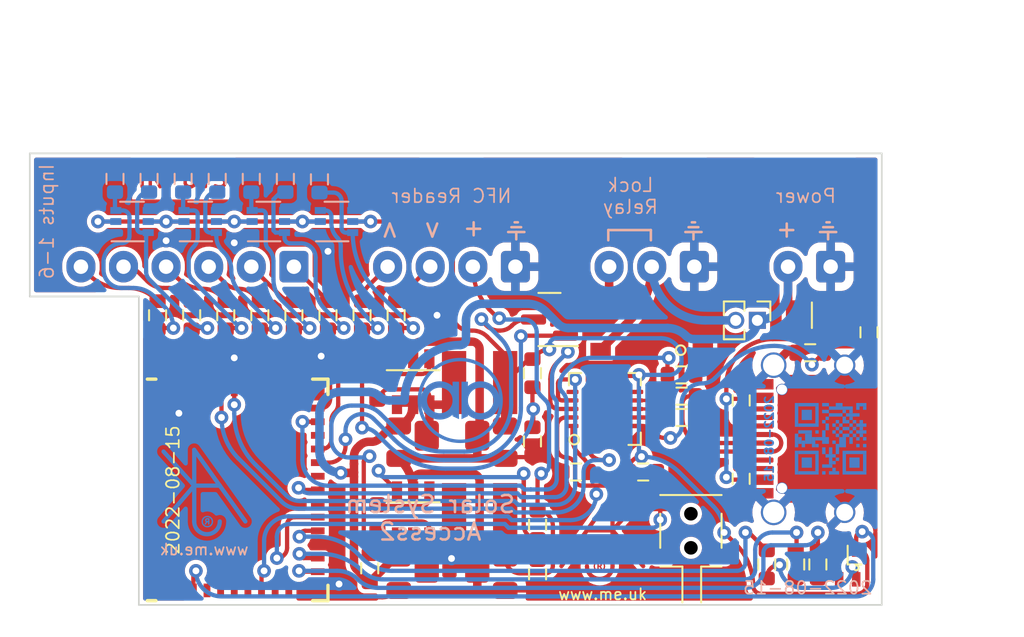
<source format=kicad_pcb>
(kicad_pcb (version 20211014) (generator pcbnew)
  (title_block (title "Access Control") (date "${DATE}") (rev "3") (company "Adrian Kennard Andrews & Arnold Ltd") (comment 1 "www.me.uk"))
  (layers (0 "F.Cu" signal) (31 "B.Cu" signal) (34 "B.Paste" user) (35 "F.Paste" user) (36 "B.SilkS" user "B.Silkscreen") (37 "F.SilkS" user "F.Silkscreen") (38 "B.Mask" user) (39 "F.Mask" user) (44 "Edge.Cuts" user))
  (property "DATE" "2022-08-15")
  (net 0 "")
  (net 1 "+3V3")
  (net 2 "VBUS")
  (net 3 "GND")
  (net 4 "RFTX")
  (net 5 "RFRX")
  (net 6 "+5V")
  (net 7 "D-")
  (net 8 "D+")
  (net 9 "OUT1")
  (net 10 "SHDN")
  (net 11 "O")
  (net 12 "I")
  (net 13 "IN1")
  (net 14 "IN2")
  (net 15 "IN3")
  (net 16 "EN")
  (net 17 "+12V")
  (net 18 "Net-(J1-PadA7)")
  (net 19 "Net-(J1-PadA6)")
  (net 21 "Net-(J1-PadA5)")
  (net 22 "Net-(J1-PadB5)")
  (net 24 "Net-(Q1-Pad3)")
  (net 25 "TAMPER")
  (net 26 "IN4")
  (net 27 "IN5")
  (net 28 "IN6")
  (net 29 "Net-(J2-Pad4)")
  (net 30 "Net-(J2-Pad3)")
  (net 31 "Net-(R2-Pad2)")
  (net 32 "Net-(J3-Pad6)")
  (net 33 "Net-(J3-Pad5)")
  (net 34 "Net-(J3-Pad4)")
  (net 35 "Net-(J3-Pad3)")
  (net 36 "Net-(J3-Pad2)")
  (net 37 "Net-(J3-Pad1)")
  (net 38 "BOOT")
  (net 39 "Net-(D5-Pad4)")
  (net 40 "Net-(D5-Pad3)")
  (net 41 "Net-(D5-Pad2)")
  (net 42 "Net-(J6-Pad3)")
  (net 43 "Net-(J6-Pad2)")
  (net 44 "R")
  (net 45 "G")
  (net 46 "B")
  (net 57 "Net-(R16-Pad1)")
  (net 58 "Net-(R21-Pad2)")
  (net 59 "Net-(R22-Pad2)")
  (footprint "RevK:Molex_MiniSPOX_H2RA" (layer "F.Cu") (at 145.75 72.65 180)
    (fp_text reference "J5" hide)
    (fp_text value "POWER")
  )
  (footprint "RevK:Molex_MiniSPOX_H3RA" (layer "F.Cu") (at 136.5 72.65 180)
    (fp_text reference "J6" hide)
    (fp_text value "DOOR")
  )
  (footprint "RevK:Molex_MiniSPOX_H4RA" (layer "F.Cu") (at 124.75 72.65 180)
    (fp_text reference "J2" hide)
    (fp_text value "RFID")
  )
  (footprint "RevK:Molex_MiniSPOX_H6RA" (layer "F.Cu") (at 109.25 72.65 180)
    (fp_text reference "J3" hide)
    (fp_text value "INPUTS")
  )
  (footprint "RevK:R_0603" (layer "F.Cu") (at 138.25 79 180)
    (fp_text reference "R16" hide)
    (fp_text value "1K")
  )
  (footprint "RevK:ESE13" (layer "F.Cu") (at 138.8 88.15 -90)
    (fp_text reference "SW1" hide)
    (fp_text value "ESE13V01D")
  )
  (footprint "RevK:R_0603" (layer "F.Cu") (at 113.5 75.5 -90)
    (fp_text reference "R10" hide)
    (fp_text value "100R")
  )
  (footprint "RevK:R_0603" (layer "F.Cu") (at 146.25 90.125 90)
    (fp_text reference "R18" hide)
    (fp_text value "2K")
  )
  (footprint "RevK:R_0603" (layer "F.Cu") (at 129.5 82.9 90)
    (fp_text reference "R24" hide)
    (fp_text value "30k 1% or NF")
  )
  (footprint "RevK:LED-RGB-1.6x1.6" (layer "F.Cu") (at 148 90.125 90)
    (fp_text reference "D5" hide)
    (fp_text value "RGB")
  )
  (footprint "RevK:USC16-TR-Round" (layer "F.Cu") (at 149.935 82.75 90)
    (fp_text reference "J1" hide)
    (fp_text value "USB-C")
  )
  (footprint "RevK:R_0603" (layer "F.Cu") (at 129.8 90.7 90)
    (fp_text reference "R23" hide)
    (fp_text value "18k 1% or NF")
  )
  (footprint "RevK:SOT-23-Thin-6-Reg" (layer "F.Cu") (at 122.5 79.4)
    (fp_text reference "U5" hide)
    (fp_text value "LMR16006+FB")
  )
  (footprint "RevK:R_0603" (layer "F.Cu") (at 149.25 76.5 -90)
    (fp_text reference "R2" hide)
    (fp_text value "4k7")
  )
  (footprint "RevK:ESP32-PICO-MINI-02" (layer "F.Cu") (at 112 85.75 90)
    (fp_text reference "U1" hide)
    (fp_text value "ESP32-PICO-MINI-02")
  )
  (footprint "RevK:R_0603" (layer "F.Cu") (at 117.5 75.5 -90)
    (fp_text reference "R8" hide)
    (fp_text value "100R")
  )
  (footprint "RevK:Hidden" (layer "F.Cu") (at 126.4 79.4)
    (fp_text reference "L2" hide)
    (fp_text value "6.8uH")
  )
  (footprint "RevK:Hidden" (layer "F.Cu") (at 127.9 90.7 90)
    (fp_text reference "C11" hide)
    (fp_text value "10uF")
  )
  (footprint "RevK:Hidden" (layer "F.Cu") (at 124.78 82.57)
    (fp_text reference "D7" hide)
    (fp_text value "Schottky")
  )
  (footprint "RevK:Hidden" (layer "F.Cu") (at 120.4 87.4 90)
    (fp_text reference "C9" hide)
    (fp_text value "0.1uF")
  )
  (footprint "RevK:Hidden" (layer "F.Cu") (at 124.77 90.31)
    (fp_text reference "D6" hide)
    (fp_text value "Schottky")
  )
  (footprint "RevK:Hidden" (layer "F.Cu") (at 121.65 90.7 90)
    (fp_text reference "C10" hide)
    (fp_text value "2.2uF")
  )
  (footprint "RevK:Hidden" (layer "F.Cu") (at 127.9 82.95 90)
    (fp_text reference "C14" hide)
    (fp_text value "10uF")
  )
  (footprint "RevK:R_0603" (layer "F.Cu") (at 119.95 90.35 -90)
    (fp_text reference "R20" hide)
    (fp_text value "100K")
  )
  (footprint "RevK:R_0603" (layer "F.Cu") (at 138.25 81.5)
    (fp_text reference "R15" hide)
    (fp_text value "27R")
  )
  (footprint "RevK:R_0603" (layer "F.Cu") (at 115.5 75.5 -90)
    (fp_text reference "R9" hide)
    (fp_text value "100R")
  )
  (footprint "Connector_PinHeader_1.27mm:PinHeader_1x02_P1.27mm_Vertical" (layer "F.Cu") (at 142.7 75.8 -90)
    (fp_text reference "JP1" hide)
    (fp_text value "12V")
  )
  (footprint "RevK:R_0603" (layer "F.Cu") (at 129.5 78.9 -90)
    (fp_text reference "R22" hide)
    (fp_text value "100k 1% or 0R")
  )
  (footprint "RevK:R_0603" (layer "F.Cu") (at 143.25 90.125 90)
    (fp_text reference "R17" hide)
    (fp_text value "680R")
  )
  (footprint "RevK:AJK" (layer "F.Cu") (at 134.2 88.125)
    (fp_text reference "Logo1" hide)
    (fp_text value "AJK" hide)
  )
  (footprint "RevK:R_0603" (layer "F.Cu") (at 141.75 80.5 -90)
    (fp_text reference "R5" hide)
    (fp_text value "5K1")
  )
  (footprint "RevK:R_0603" (layer "F.Cu") (at 109.5 75.5 -90)
    (fp_text reference "R12" hide)
    (fp_text value "100R")
  )
  (footprint "RevK:R_0603" (layer "F.Cu") (at 136 84.7)
    (fp_text reference "R1" hide)
    (fp_text value "10k")
  )
  (footprint "RevK:R_0603" (layer "F.Cu") (at 129.8 87.8 -90)
    (fp_text reference "R21" hide)
    (fp_text value "100k 1% or 0R")
  )
  (footprint "RevK:Hidden" (layer "F.Cu") (at 121.65 82.95 90)
    (fp_text reference "C13" hide)
    (fp_text value "2.2uF")
  )
  (footprint "RevK:Hidden" (layer "F.Cu") (at 126.4 87.15)
    (fp_text reference "L1" hide)
    (fp_text value "6.8uH")
  )
  (footprint "RevK:R_0603" (layer "F.Cu") (at 141.75 85.1 -90)
    (fp_text reference "R4" hide)
    (fp_text value "5K1")
  )
  (footprint "RevK:R_0603" (layer "F.Cu") (at 121.5 75.5 -90)
    (fp_text reference "R6" hide)
    (fp_text value "100R")
  )
  (footprint "RevK:Special-SOP-4-3.7x4.55" (layer "F.Cu") (at 136.5 76.25 90)
    (fp_text reference "U3" hide)
    (fp_text value "G3VM-41GR8")
  )
  (footprint "Package_TO_SOT_SMD:SOT-23" (layer "F.Cu") (at 130.5 75.75 180)
    (fp_text reference "Q1" hide)
    (fp_text value "NX7002AK")
  )
  (footprint "RevK:QFN-20-1EP_4x4mm_P0.5mm_EP2.5x2.5mm" (layer "F.Cu") (at 133.75 81 90)
    (fp_text reference "U2" hide)
    (fp_text value "FT231XQ")
  )
  (footprint "RevK:R_0603" (layer "F.Cu") (at 145.8 77.7 180)
    (fp_text reference "R3" hide)
    (fp_text value "10k")
  )
  (footprint "RevK:D_1206" (layer "F.Cu") (at 146.4 75.5)
    (fp_text reference "D8" hide)
    (fp_text value "D")
  )
  (footprint "RevK:R_0603" (layer "F.Cu") (at 119.5 75.5 -90)
    (fp_text reference "R7" hide)
    (fp_text value "100R")
  )
  (footprint "RevK:SOT-23-Thin-6-Reg" (layer "F.Cu") (at 122.5 87.15)
    (fp_text reference "U4" hide)
    (fp_text value "LMR16006+FB")
  )
  (footprint "RevK:R_0603" (layer "F.Cu") (at 111.5 75.5 -90)
    (fp_text reference "R11" hide)
    (fp_text value "100R")
  )
  (footprint "RevK:C_0603" (layer "F.Cu") (at 132.05 84.7 180)
    (fp_text reference "C1" hide)
    (fp_text value "0.1uF")
  )
  (footprint "RevK:R_0603" (layer "F.Cu") (at 107.5 75.5 -90)
    (fp_text reference "R13" hide)
    (fp_text value "100R")
  )
  (footprint "RevK:Hidden" (layer "F.Cu") (at 120.4 79.65 90)
    (fp_text reference "C12" hide)
    (fp_text value "0.1uF")
  )
  (footprint "RevK:R_0603" (layer "F.Cu") (at 138.25 80.25)
    (fp_text reference "R14" hide)
    (fp_text value "27R")
  )
  (footprint "RevK:R_0603" (layer "F.Cu") (at 144.95 90.125 90)
    (fp_text reference "R19" hide)
    (fp_text value "220R")
  )
  (footprint "RevK:C_0603" (layer "B.Cu") (at 115 67.5 90)
    (fp_text reference "C3" hide)
    (fp_text value "33pF")
  )
  (footprint "RevK:C_0603" (layer "B.Cu") (at 111 67.5 90)
    (fp_text reference "C5" hide)
    (fp_text value "33pF")
  )
  (footprint "RevK:C_0603" (layer "B.Cu") (at 107 67.5 90)
    (fp_text reference "C7" hide)
    (fp_text value "33pF")
  )
  (footprint "Package_TO_SOT_SMD:SOT-363_SC-70-6" (layer "B.Cu") (at 118 70)
    (fp_text reference "D1" hide)
    (fp_text value "BAV99S")
  )
  (footprint "Package_TO_SOT_SMD:SOT-363_SC-70-6" (layer "B.Cu") (at 106 70)
    (fp_text reference "D4" hide)
    (fp_text value "BAV99S")
  )
  (footprint "RevK:AA" (layer "B.Cu") (at 125.2625 80.5 180)
    (fp_text reference "U6" hide)
    (fp_text value "AA" hide)
  )
  (footprint "RevK:QR-SS" (layer "B.Cu") (at 147 82.75 90)
    (fp_text reference "U7" hide)
    (fp_text value "QR" hide)
  )
  (footprint "RevK:C_0603" (layer "B.Cu") (at 117 67.525 90)
    (fp_text reference "C2" hide)
    (fp_text value "33pF")
  )
  (footprint "Package_TO_SOT_SMD:SOT-363_SC-70-6" (layer "B.Cu") (at 110 70)
    (fp_text reference "D3" hide)
    (fp_text value "BAV99S")
  )
  (footprint "RevK:C_0603" (layer "B.Cu") (at 105 67.5 90)
    (fp_text reference "C8" hide)
    (fp_text value "33pF")
  )
  (footprint "RevK:AJK" (layer "B.Cu") (at 109.65 85.5 180)
    (fp_text reference "AJK1" hide)
    (fp_text value "AJK" hide)
  )
  (footprint "RevK:C_0603" (layer "B.Cu") (at 109 67.5 90)
    (fp_text reference "C6" hide)
    (fp_text value "33pF")
  )
  (footprint "Package_TO_SOT_SMD:SOT-363_SC-70-6" (layer "B.Cu") (at 114 70)
    (fp_text reference "D2" hide)
    (fp_text value "BAV99S")
  )
  (footprint "RevK:C_0603" (layer "B.Cu") (at 113 67.5 90)
    (fp_text reference "C4" hide)
    (fp_text value "33pF")
  )
  (gr_line (start 136.45 71.1) (end 136.45 70.5) (layer "B.SilkS") (width 0.15))
  (gr_line (start 133.95 70.5) (end 136.45 70.5) (layer "B.SilkS") (width 0.15))
  (gr_line (start 133.95 70.5) (end 133.95 71.1) (layer "B.SilkS") (width 0.15))
  (gr_line (start 100 66) (end 150 66) (layer "Edge.Cuts") (width 0.1))
  (gr_line (start 106.4 74.4) (end 106.4 92.5) (layer "Edge.Cuts") (width 0.1))
  (gr_line (start 100 74.4) (end 106.4 74.4) (layer "Edge.Cuts") (width 0.1))
  (gr_line (start 106.4 92.5) (end 150 92.5) (layer "Edge.Cuts") (width 0.1))
  (gr_line (start 150 66) (end 150 92.5) (layer "Edge.Cuts") (width 0.1))
  (gr_line (start 100 66) (end 100 74.4) (layer "Edge.Cuts") (width 0.1))
  (gr_text "DOOR" (at 137.25 67.5) (layer "F.Cu") (effects (font (size 1 1) (thickness 0.2))))
  (gr_text "INPUTS" (at 109 67.5) (layer "F.Cu") (effects (font (size 1 1) (thickness 0.2))))
  (gr_text "NFC" (at 124.75 67.5) (layer "F.Cu") (effects (font (size 1 1) (thickness 0.2))))
  (gr_text "POWER" (at 145.5 67.5) (layer "F.Cu") (effects (font (size 1 1) (thickness 0.2))))
  (gr_text "⏚" (at 128.55 70.5 180) (layer "B.SilkS") (effects (font (size 1 1)) (justify mirror)))
  (gr_text "⏚" (at 146.85 70.5 180) (layer "B.SilkS") (effects (font (size 1 1)) (justify mirror)))
  (gr_text "+" (at 144.35 70.5 90) (layer "B.SilkS") (effects (font (size 1 1)) (justify mirror)))
  (gr_text ">" (at 123.55 70.5 90) (layer "B.SilkS") (effects (font (size 1 1)) (justify mirror)))
  (gr_text "+" (at 126.05 70.5 180) (layer "B.SilkS") (effects (font (size 1 1)) (justify mirror)))
  (gr_text "⏚" (at 138.95 70.5 180) (layer "B.SilkS") (effects (font (size 1 1)) (justify mirror)))
  (gr_text "<" (at 121.05 70.5 90) (layer "B.SilkS") (effects (font (size 1 1)) (justify mirror)))
  (gr_text "NFC Reader" (at 124.75 68.5) (layer "B.SilkS") (effects (font (size 0.8 0.8) (thickness 0.1)) (justify mirror)))
  (gr_text "Lock\nRelay" (at 135.25 68.5) (layer "B.SilkS") (effects (font (size 0.8 0.8) (thickness 0.1)) (justify mirror)))
  (gr_text "Power" (at 145.55 68.5) (layer "B.SilkS") (effects (font (size 0.8 0.8) (thickness 0.1)) (justify mirror)))
  (gr_text "Solar System\nAccess2" (at 123.5 87.4) (layer "B.SilkS") (effects (font (size 1 1)) (justify mirror)))
  (gr_text "Inputs 1-6" (at 101 70 90) (layer "B.SilkS") (effects (font (size 0.8 0.8) (thickness 0.1)) (justify mirror)))
  (gr_text "${DATE}" (at 149.5 91.5) (layer "B.SilkS") (effects (font (size 0.75 0.75) (thickness 0.1)) (justify left mirror)))
  (segment (start 148.5 89.25) (end 148.5 88.55) (width 0.25) (layer "F.Cu") (net 1))
  (segment (start 134.25 79.1) (end 134.75 79.1) (width 0.25) (layer "F.Cu") (net 1))
  (segment (start 129.761331 77.813668) (end 129.5 78.075) (width 0.25) (layer "F.Cu") (net 1))
  (segment (start 108 70) (end 112 70) (width 0.25) (layer "F.Cu") (net 1))
  (segment (start 120 70) (end 116 70) (width 0.25) (layer "F.Cu") (net 1))
  (segment (start 129.275 78.075) (end 127.9 79.45) (width 0.25) (layer "F.Cu") (net 1))
  (segment (start 122.45096 70) (end 120 70) (width 0.25) (layer "F.Cu") (net 1))
  (segment (start 129.5 78.075) (end 129.275 78.075) (width 0.25) (layer "F.Cu") (net 1))
  (segment (start 135.175 84.7) (end 135.175 84.525) (width 0.25) (layer "F.Cu") (net 1))
  (segment (start 112 70) (end 116 70) (width 0.25) (layer "F.Cu") (net 1))
  (segment (start 109.6 91.65) (end 109.6 90.65) (width 0.25) (layer "F.Cu") (net 1))
  (segment (start 125.978047 76.4) (end 125.8 76.4) (width 0.25) (layer "F.Cu") (net 1))
  (segment (start 124.82548 75.42548) (end 124.82548 72.37452) (width 0.25) (layer "F.Cu") (net 1))
  (segment (start 131.85 82.755026) (end 131.85 82) (width 0.25) (layer "F.Cu") (net 1))
  (segment (start 149.15 89.9) (end 149.15 91.25) (width 0.25) (layer "F.Cu") (net 1))
  (segment (start 104 70) (end 108 70) (width 0.25) (layer "F.Cu") (net 1))
  (segment (start 133.175 85.05) (end 134.825 85.05) (width 0.25) (layer "F.Cu") (net 1))
  (segment (start 127.9 77.810304) (end 126.851485 76.76179) (width 0.25) (layer "F.Cu") (net 1))
  (segment (start 134.75 79.0625) (end 135.599112 79.0625) (width 0.25) (layer "F.Cu") (net 1))
  (segment (start 132.489124 83.889125) (end 132.2 83.6) (width 0.25) (layer "F.Cu") (net 1))
  (segment (start 127.9 79.45) (end 127.9 77.810304) (width 0.25) (layer "F.Cu") (net 1))
  (segment (start 148.55 91.85) (end 142.933217 91.85) (width 0.25) (layer "F.Cu") (net 1))
  (segment (start 141.448663 88.948663) (end 140.75 88.25) (width 0.25) (layer "F.Cu") (net 1))
  (segment (start 135.75 79) (end 135.75 79.849112) (width 0.25) (layer "F.Cu") (net 1))
  (via (at 109.75 90.5) (size 0.8) (drill 0.4) (layers "F.Cu" "B.Cu") (net 1))
  (via (at 140.75 88.25) (size 0.8) (drill 0.4) (layers "F.Cu" "B.Cu") (net 1))
  (via (at 148.85 88.2) (size 0.8) (drill 0.4) (layers "F.Cu" "B.Cu") (net 1))
  (via (at 130.494662 77.509913) (size 0.8) (drill 0.4) (layers "F.Cu" "B.Cu") (net 1))
  (via (at 120 70) (size 0.8) (drill 0.4) (layers "F.Cu" "B.Cu") (net 1))
  (via (at 116 70) (size 0.8) (drill 0.4) (layers "F.Cu" "B.Cu") (net 1))
  (via (at 108 70) (size 0.8) (drill 0.4) (layers "F.Cu" "B.Cu") (net 1))
  (via (at 112 70) (size 0.8) (drill 0.4) (layers "F.Cu" "B.Cu") (net 1))
  (via (at 135.75 79) (size 0.8) (drill 0.4) (layers "F.Cu" "B.Cu") (net 1))
  (via (at 135.9 83.8) (size 0.8) (drill 0.4) (layers "F.Cu" "B.Cu") (net 1))
  (via (at 104 70) (size 0.8) (drill 0.4) (layers "F.Cu" "B.Cu") (net 1))
  (arc (start 132.825 84.7) (mid 132.927513 84.947487) (end 133.175 85.05) (width 0.25) (layer "F.Cu") (net 1))
  (arc (start 134.825 85.05) (mid 135.072487 84.947487) (end 135.175 84.7) (width 0.25) (layer "F.Cu") (net 1))
  (arc (start 109.6 90.65) (mid 109.643934 90.543934) (end 109.75 90.5) (width 0.25) (layer "F.Cu") (net 1))
  (arc (start 142.45048 91.367263) (mid 142.190116 90.058326) (end 141.448663 88.948663) (width 0.25) (layer "F.Cu") (net 1))
  (arc (start 125.8 76.4) (mid 125.11091 76.11457) (end 124.82548 75.42548) (width 0.25) (layer "F.Cu") (net 1))
  (arc (start 132.825 84.7) (mid 132.737709 84.261157) (end 132.489124 83.889125) (width 0.25) (layer "F.Cu") (net 1))
  (arc (start 126.851485 76.76179) (mid 126.450749 76.494026) (end 125.978047 76.4) (width 0.25) (layer "F.Cu") (net 1))
  (arc (start 149.15 91.25) (mid 148.974264 91.674264) (end 148.55 91.85) (width 0.25) (layer "F.Cu") (net 1))
  (arc (start 135.75 79.849112) (mid 135.733756 79.930772) (end 135.6875 80) (width 0.25) (layer "F.Cu") (net 1))
  (arc (start 148.5 88.55) (mid 148.602513 88.302513) (end 148.85 88.2) (width 0.25) (layer "F.Cu") (net 1))
  (arc (start 148.5 89.25) (mid 148.959619 89.440381) (end 149.15 89.9) (width 0.25) (layer "F.Cu") (net 1))
  (arc (start 124.82548 72.37452) (mid 124.129999 70.695481) (end 122.45096 70) (width 0.25) (layer "F.Cu") (net 1))
  (arc (start 135.599112 79.0625) (mid 135.680772 79.046256) (end 135.75 79) (width 0.25) (layer "F.Cu") (net 1))
  (arc (start 142.933217 91.85) (mid 142.59187 91.70861) (end 142.45048 91.367263) (width 0.25) (layer "F.Cu") (net 1))
  (arc (start 130.494662 77.509913) (mid 130.097786 77.588856) (end 129.761331 77.813668) (width 0.25) (layer "F.Cu") (net 1))
  (arc (start 135.175 84.525) (mid 135.387348 84.012348) (end 135.9 83.8) (width 0.25) (layer "F.Cu") (net 1))
  (arc (start 132.2 83.6) (mid 131.940962 83.212323) (end 131.85 82.755026) (width 0.25) (layer "F.Cu") (net 1))
  (segment (start 138.119239 84.719239) (end 140.113604 86.713604) (width 0.25) (layer "B.Cu") (net 1))
  (segment (start 118.95 70) (end 120 70) (width 0.25) (layer "B.Cu") (net 1))
  (segment (start 148.85 88.2) (end 148.95 88.2) (width 0.25) (layer "B.Cu") (net 1))
  (segment (start 130.900497 76.849503) (end 137.049503 76.849503) (width 0.25) (layer "B.Cu") (net 1))
  (segment (start 106.95 70) (end 108 70) (width 0.25) (layer "B.Cu") (net 1))
  (segment (start 114.95 70) (end 116 70) (width 0.25) (layer "B.Cu") (net 1))
  (segment (start 110.95 70) (end 112 70) (width 0.25) (layer "B.Cu") (net 1))
  (segment (start 105.05 70) (end 104 70) (width 0.25) (layer "B.Cu") (net 1))
  (segment (start 137.5 79) (end 135.75 79) (width 0.25) (layer "B.Cu") (net 1))
  (segment (start 130.494662 77.509913) (end 130.494662 77.255338) (width 0.25) (layer "B.Cu") (net 1))
  (segment (start 149.5 88.75) (end 149.5 91) (width 0.25) (layer "B.Cu") (net 1))
  (segment (start 138.248035 78.048035) (end 138.248035 78.251965) (width 0.25) (layer "B.Cu") (net 1))
  (segment (start 111.25 92) (end 148.5 92) (width 0.25) (layer "B.Cu") (net 1))
  (segment (start 116 70) (end 117.05 70) (width 0.25) (layer "B.Cu") (net 1))
  (segment (start 112 70) (end 113.05 70) (width 0.25) (layer "B.Cu") (net 1))
  (segment (start 135.75 79) (end 135.75 83.65) (width 0.25) (layer "B.Cu") (net 1))
  (segment (start 108 70) (end 109.05 70) (width 0.25) (layer "B.Cu") (net 1))
  (arc (start 138.248035 78.251965) (mid 138.028941 78.780906) (end 137.5 79) (width 0.25) (layer "B.Cu") (net 1))
  (arc (start 137.049503 76.849503) (mid 137.896993 77.200545) (end 138.248035 78.048035) (width 0.25) (layer "B.Cu") (net 1))
  (arc (start 140.75 88.25) (mid 140.584606 87.418508) (end 140.113604 86.713604) (width 0.25) (layer "B.Cu") (net 1))
  (arc (start 135.9 83.8) (mid 137.101044 84.038902) (end 138.119239 84.719239) (width 0.25) (layer "B.Cu") (net 1))
  (arc (start 109.75 90.5) (mid 110.18934 91.56066) (end 111.25 92) (width 0.25) (layer "B.Cu") (net 1))
  (arc (start 130.494662 77.255338) (mid 130.613528 76.968369) (end 130.900497 76.849503) (width 0.25) (layer "B.Cu") (net 1))
  (arc (start 135.75 83.65) (mid 135.793934 83.756066) (end 135.9 83.8) (width 0.25) (layer "B.Cu") (net 1))
  (arc (start 149.5 91) (mid 149.207107 91.707107) (end 148.5 92) (width 0.25) (layer "B.Cu") (net 1))
  (arc (start 148.95 88.2) (mid 149.338909 88.361091) (end 149.5 88.75) (width 0.25) (layer "B.Cu") (net 1))
  (segment (start 147.7375 75.5) (end 149.075 75.5) (width 0.25) (layer "F.Cu") (net 2))
  (segment (start 140.879179 80.408103) (end 140.879179 79.620821) (width 0.25) (layer "F.Cu") (net 2))
  (segment (start 149.075 75.5) (end 149.25 75.675) (width 0.25) (layer "F.Cu") (net 2))
  (segment (start 143.075 80.35) (end 143.02548 80.39952) (width 0.25) (layer "F.Cu") (net 2))
  (segment (start 143.075 85.15) (end 141.021076 85.15) (width 0.25) (layer "F.Cu") (net 2))
  (segment (start 141.021076 85.15) (end 140.879179 85.008103) (width 0.25) (layer "F.Cu") (net 2))
  (segment (start 146.48702 76.90048) (end 143.59952 76.90048) (width 0.25) (layer "F.Cu") (net 2))
  (segment (start 140.879179 80.408103) (end 143.016897 80.408103) (width 0.25) (layer "F.Cu") (net 2))
  (via (at 140.879179 85.008103) (size 0.8) (drill 0.4) (layers "F.Cu" "B.Cu") (net 2))
  (via (at 140.879179 80.408103) (size 0.8) (drill 0.4) (layers "F.Cu" "B.Cu") (net 2))
  (arc (start 140.879179 79.620821) (mid 141.675948 77.697249) (end 143.59952 76.90048) (width 0.25) (layer "F.Cu") (net 2))
  (arc (start 147.8875 75.5) (mid 147.477309 76.490289) (end 146.48702 76.90048) (width 0.25) (layer "F.Cu") (net 2))
  (arc (start 143.016897 80.408103) (mid 143.057982 80.391085) (end 143.075 80.35) (width 0.25) (layer "F.Cu") (net 2))
  (segment (start 140.879179 85.008103) (end 140.879179 80.408103) (width 0.25) (layer "B.Cu") (net 2))
  (segment (start 144.975 77.7) (end 144.385 77.7) (width 0.25) (layer "F.Cu") (net 3))
  (segment (start 135.65 82) (end 134.75 82) (width 0.25) (layer "F.Cu") (net 3))
  (segment (start 117.794974 92.05) (end 120.684315 92.05) (width 0.25) (layer "F.Cu") (net 3))
  (segment (start 121.65 83.9) (end 121.757538 84.007538) (width 0.5) (layer "F.Cu") (net 3))
  (segment (start 127.9 91.65) (end 129.425 91.65) (width 0.25) (layer "F.Cu") (net 3))
  (segment (start 144.385 77.7) (end 143.655 78.43) (width 0.25) (layer "F.Cu") (net 3))
  (segment (start 126.2625 90.32) (end 124.893033 90.32) (width 0.5) (layer "F.Cu") (net 3))
  (segment (start 134.25 82.9) (end 134.25 81.5) (width 0.25) (layer "F.Cu") (net 3))
  (segment (start 133.25 81.5) (end 133.75 81) (width 0.25) (layer "F.Cu") (net 3))
  (segment (start 129.5 83.825) (end 127.975 83.825) (width 0.25) (layer "F.Cu") (net 3))
  (segment (start 123.9 75.5) (end 123.9 76.758579) (width 0.5) (layer "F.Cu") (net 3))
  (segment (start 124.893033 90.32) (end 124.75 90.176967) (width 0.5) (layer "F.Cu") (net 3))
  (segment (start 133.75 81) (end 134.75 82) (width 0.25) (layer "F.Cu") (net 3))
  (segment (start 133.75 82.9) (end 133.75 81) (width 0.25) (layer "F.Cu") (net 3))
  (segment (start 110.05 87.7) (end 110.05 85.75) (width 0.25) (layer "F.Cu") (net 3))
  (segment (start 133.25 82.9) (end 133.25 81.5) (width 0.25) (layer "F.Cu") (net 3))
  (segment (start 110.05 87.7) (end 112 87.7) (width 0.25) (layer "F.Cu") (net 3))
  (segment (start 133.75 79.1) (end 133.75 81) (width 0.25) (layer "F.Cu") (net 3))
  (segment (start 131.036396 84.461396) (end 131.275 84.7) (width 0.25) (layer "F.Cu") (net 3))
  (segment (start 134.75 82.9) (end 134.75 82) (width 0.25) (layer "F.Cu") (net 3))
  (via (at 108.75 81.25) (size 0.8) (drill 0.4) (layers "F.Cu" "B.Cu") (net 3))
  (via (at 123.9 75.5) (size 0.8) (drill 0.4) (layers "F.Cu" "B.Cu") (net 3))
  (via (at 117.5 71.75) (size 0.8) (drill 0.4) (layers "F.Cu" "B.Cu") (net 3))
  (via (at 112 78) (size 0.8) (drill 0.4) (layers "F.Cu" "B.Cu") (net 3))
  (via (at 108 71.1255) (size 0.8) (drill 0.4) (layers "F.Cu" "B.Cu") (net 3))
  (via (at 118.15 91.2755) (size 0.8) (drill 0.4) (layers "F.Cu" "B.Cu") (net 3))
  (via (at 112 71.25) (size 0.8) (drill 0.4) (layers "F.Cu" "B.Cu") (net 3))
  (via (at 124.75 89.7755) (size 0.8) (drill 0.4) (layers "F.Cu" "B.Cu") (net 3))
  (via (at 117.1 77.9) (size 0.8) (drill 0.4) (layers "F.Cu" "B.Cu") (net 3))
  (arc (start 120.684315 92.05) (mid 121.20694 91.946043) (end 121.65 91.65) (width 0.25) (layer "F.Cu") (net 3))
  (arc (start 123.9 76.758579) (mid 123.925989 76.889235) (end 124 77) (width 0.5) (layer "F.Cu") (net 3))
  (arc (start 127.975 83.825) (mid 127.921967 83.846967) (end 127.9 83.9) (width 0.25) (layer "F.Cu") (net 3))
  (arc (start 116.95 91.7) (mid 117.337677 91.959038) (end 117.794974 92.05) (width 0.25) (layer "F.Cu") (net 3))
  (arc (start 121.757538 84.007538) (mid 122.30704 84.829927) (end 122.5 85.8) (width 0.5) (layer "F.Cu") (net 3))
  (arc (start 129.5 83.825) (mid 130.331492 83.990394) (end 131.036396 84.461396) (width 0.25) (layer "F.Cu") (net 3))
  (segment (start 115.79952 68.727618) (end 115.79952 67.95048) (width 0.25) (layer "B.Cu") (net 3))
  (segment (start 114.95 69.35) (end 115.177138 69.35) (width 0.25) (layer "B.Cu") (net 3))
  (arc (start 115.177138 69.35) (mid 115.617229 69.167709) (end 115.79952 68.727618) (width 0.25) (layer "B.Cu") (net 3))
  (arc (start 115.79952 67.95048) (mid 116.151132 67.101612) (end 117 66.75) (width 0.25) (layer "B.Cu") (net 3))
  (segment (start 119.5 76.325) (end 118.384651 77.440349) (width 0.25) (layer "F.Cu") (net 4))
  (segment (start 117.1 80.95) (end 116.9 80.95) (width 0.25) (layer "F.Cu") (net 4))
  (segment (start 120.4255 76.25) (end 119.575 76.25) (width 0.25) (layer "F.Cu") (net 4))
  (segment (start 119.575 76.25) (end 119.5 76.325) (width 0.25) (layer "F.Cu") (net 4))
  (segment (start 117.624511 79.275489) (end 117.624511 80.425489) (width 0.25) (layer "F.Cu") (net 4))
  (via (at 120.4255 76.25) (size 0.8) (drill 0.4) (layers "F.Cu" "B.Cu") (net 4))
  (arc (start 118.384651 77.440349) (mid 117.822065 78.282318) (end 117.624511 79.275489) (width 0.25) (layer "F.Cu") (net 4))
  (arc (start 117.624511 80.425489) (mid 117.470885 80.796374) (end 117.1 80.95) (width 0.25) (layer "F.Cu") (net 4))
  (segment (start 117.05 69.35) (end 117.35 69.35) (width 0.25) (layer "B.Cu") (net 4))
  (segment (start 117.700859 69.700859) (end 117.700859 70.099141) (width 0.25) (layer "B.Cu") (net 4))
  (segment (start 118.25 71.75) (end 118.25 71.424884) (width 0.25) (layer "B.Cu") (net 4))
  (segment (start 120.4255 76.25) (end 119.89367 75.71817) (width 0.25) (layer "B.Cu") (net 4))
  (arc (start 119.89367 75.71817) (mid 118.677176 73.897558) (end 118.25 71.75) (width 0.25) (layer "B.Cu") (net 4))
  (arc (start 118.25 71.424884) (mid 118.199484 71.170924) (end 118.055627 70.955627) (width 0.25) (layer "B.Cu") (net 4))
  (arc (start 117.700859 70.099141) (mid 117.79306 70.562668) (end 118.055627 70.955627) (width 0.25) (layer "B.Cu") (net 4))
  (arc (start 117.35 69.35) (mid 117.598095 69.452764) (end 117.700859 69.700859) (width 0.25) (layer "B.Cu") (net 4))
  (segment (start 117.15 83.35) (end 116.9 83.35) (width 0.25) (layer "F.Cu") (net 5))
  (segment (start 122.5 76.25) (end 121.681066 76.25) (width 0.25) (layer "F.Cu") (net 5))
  (segment (start 117.7 81.682842) (end 117.7 82.8) (width 0.25) (layer "F.Cu") (net 5))
  (segment (start 120.558579 77.3) (end 119.7 77.3) (width 0.25) (layer "F.Cu") (net 5))
  (segment (start 118.1 79.248528) (end 118.1 80.717158) (width 0.25) (layer "F.Cu") (net 5))
  (segment (start 121.376256 76.623743) (end 120.8 77.2) (width 0.25) (layer "F.Cu") (net 5))
  (segment (start 118.846446 77.653553) (end 118.7 77.8) (width 0.25) (layer "F.Cu") (net 5))
  (via (at 122.5 76.25) (size 0.8) (drill 0.4) (layers "F.Cu" "B.Cu") (net 5))
  (arc (start 119.7 77.3) (mid 119.23806 77.391886) (end 118.846446 77.653553) (width 0.25) (layer "F.Cu") (net 5))
  (arc (start 121.5 76.325) (mid 121.46784 76.486679) (end 121.376256 76.623743) (width 0.25) (layer "F.Cu") (net 5))
  (arc (start 117.9 81.2) (mid 117.751978 81.421529) (end 117.7 81.682842) (width 0.25) (layer "F.Cu") (net 5))
  (arc (start 117.7 82.8) (mid 117.538909 83.188909) (end 117.15 83.35) (width 0.25) (layer "F.Cu") (net 5))
  (arc (start 118.1 80.717158) (mid 118.048021 80.97847) (end 117.9 81.2) (width 0.25) (layer "F.Cu") (net 5))
  (arc (start 120.8 77.2) (mid 120.689235 77.274011) (end 120.558579 77.3) (width 0.25) (layer "F.Cu") (net 5))
  (arc (start 118.7 77.8) (mid 118.255935 78.46459) (end 118.1 79.248528) (width 0.25) (layer "F.Cu") (net 5))
  (arc (start 121.681066 76.25) (mid 121.583074 76.269492) (end 121.5 76.325) (width 0.25) (layer "F.Cu") (net 5))
  (segment (start 118.3 68.8) (end 118.3 69.999022) (width 0.25) (layer "B.Cu") (net 5))
  (segment (start 122.5 76.25) (end 120.399569 74.149569) (width 0.25) (layer "B.Cu") (net 5))
  (segment (start 117 68.3) (end 117.8 68.3) (width 0.25) (layer "B.Cu") (net 5))
  (segment (start 118.95 70.65) (end 118.550978 70.65) (width 0.25) (layer "B.Cu") (net 5))
  (segment (start 118.300489 69.999511) (end 118.300489 70.399511) (width 0.25) (layer "B.Cu") (net 5))
  (arc (start 120.399569 74.149569) (mid 119.32673 72.543953) (end 118.95 70.65) (width 0.25) (layer "B.Cu") (net 5))
  (arc (start 118.3 69.999022) (mid 118.300143 69.999368) (end 118.300489 69.999511) (width 0.25) (layer "B.Cu") (net 5))
  (arc (start 117.8 68.3) (mid 118.153553 68.446447) (end 118.3 68.8) (width 0.25) (layer "B.Cu") (net 5))
  (arc (start 118.550978 70.65) (mid 118.373856 70.576633) (end 118.300489 70.399511) (width 0.25) (layer "B.Cu") (net 5))
  (segment (start 128.79952 90.64952) (end 130.242263 90.64952) (width 0.25) (layer "F.Cu") (net 6))
  (segment (start 130.7 90.191783) (end 130.7 87.875) (width 0.25) (layer "F.Cu") (net 6))
  (segment (start 129.8 85.000545) (end 129.8 86.975) (width 0.25) (layer "F.Cu") (net 6))
  (segment (start 127.48039 75.6755) (end 127.550135 75.6755) (width 0.25) (layer "F.Cu") (net 6))
  (segment (start 126.96651 75.16162) (end 127.48039 75.6755) (width 0.25) (layer "F.Cu") (net 6))
  (via (at 127.550135 75.6755) (size 0.8) (drill 0.4) (layers "F.Cu" "B.Cu") (net 6))
  (via (at 130.011971 84.788574) (size 0.8) (drill 0.4) (layers "F.Cu" "B.Cu") (net 6))
  (arc (start 127.9 89.75) (mid 128.163463 90.386057) (end 128.79952 90.64952) (width 0.25) (layer "F.Cu") (net 6))
  (arc (start 130.242263 90.64952) (mid 130.565932 90.515452) (end 130.7 90.191783) (width 0.25) (layer "F.Cu") (net 6))
  (arc (start 130.7 87.875) (mid 130.436396 87.238604) (end 129.8 86.975) (width 0.25) (layer "F.Cu") (net 6))
  (arc (start 130.011971 84.788574) (mid 129.862085 84.850659) (end 129.8 85.000545) (width 0.25) (layer "F.Cu") (net 6))
  (arc (start 126 72.65) (mid 126.25045 73.995164) (end 126.96651 75.16162) (width 0.25) (layer "F.Cu") (net 6))
  (segment (start 130.2623 80.4877) (end 130.0123 80.2377) (width 0.25) (layer "B.Cu") (net 6))
  (segment (start 129.084283 75.751965) (end 127.6266 75.751965) (width 0.25) (layer "B.Cu") (net 6))
  (segment (start 129.75 79.604452) (end 129.75 76.5) (width 0.25) (layer "B.Cu") (net 6))
  (segment (start 130.474501 84.326044) (end 130.474501 80.999998) (width 0.25) (layer "B.Cu") (net 6))
  (segment (start 127.6266 75.751965) (end 127.550135 75.6755) (width 0.25) (layer "B.Cu") (net 6))
  (arc (start 130.0123 80.2377) (mid 129.818169 79.947164) (end 129.75 79.604452) (width 0.25) (layer "B.Cu") (net 6))
  (arc (start 129.75 76.5) (mid 129.559232 76.00024) (end 129.084283 75.751965) (width 0.25) (layer "B.Cu") (net 6))
  (arc (start 130.474501 80.999998) (mid 130.419352 80.722744) (end 130.2623 80.4877) (width 0.25) (layer "B.Cu") (net 6))
  (arc (start 130.011971 84.788574) (mid 130.339029 84.653102) (end 130.474501 84.326044) (width 0.25) (layer "B.Cu") (net 6))
  (segment (start 137.175 80.5) (end 137.425 80.25) (width 0.2) (layer "F.Cu") (net 7))
  (segment (start 135.65 80.5) (end 137.175 80.5) (width 0.2) (layer "F.Cu") (net 7))
  (segment (start 135.65 81) (end 136.217894 81) (width 0.2) (layer "F.Cu") (net 8))
  (arc (start 136.217894 81) (mid 136.871175 81.129946) (end 137.425 81.5) (width 0.2) (layer "F.Cu") (net 8))
  (segment (start 115.896396 85.75) (end 115.772874 85.626478) (width 0.25) (layer "F.Cu") (net 9))
  (segment (start 116.9 85.75) (end 115.896396 85.75) (width 0.25) (layer "F.Cu") (net 9))
  (segment (start 137.425 79) (end 137.425 78.181066) (width 0.25) (layer "F.Cu") (net 9))
  (via (at 137.5 78) (size 0.8) (drill 0.4) (layers "F.Cu" "B.Cu") (net 9))
  (via (at 115.772874 85.626478) (size 0.8) (drill 0.4) (layers "F.Cu" "B.Cu") (net 9))
  (arc (start 137.425 78.181066) (mid 137.444492 78.083074) (end 137.5 78) (width 0.25) (layer "F.Cu") (net 9))
  (segment (start 115.772874 85.626478) (end 115.851082 85.704686) (width 0.25) (layer "B.Cu") (net 9))
  (segment (start 128.620662 85.951956) (end 128.842705 86.173999) (width 0.25) (layer "B.Cu") (net 9))
  (segment (start 116.448044 85.951956) (end 128.620662 85.951956) (width 0.25) (layer "B.Cu") (net 9))
  (segment (start 131.5 78.75) (end 131.75 78.5) (width 0.25) (layer "B.Cu") (net 9))
  (segment (start 132.957106 78) (end 137.5 78) (width 0.25) (layer "B.Cu") (net 9))
  (segment (start 131.43996 78.810041) (end 131.5 78.75) (width 0.25) (layer "B.Cu") (net 9))
  (segment (start 129.216809 86.174011) (end 130.825989 86.174011) (width 0.25) (layer "B.Cu") (net 9))
  (segment (start 128.842705 86.173999) (end 129.216797 86.173999) (width 0.25) (layer "B.Cu") (net 9))
  (segment (start 129.216797 86.173999) (end 129.216809 86.174011) (width 0.25) (layer "B.Cu") (net 9))
  (segment (start 131.5 85.5) (end 131.5 80.603553) (width 0.25) (layer "B.Cu") (net 9))
  (arc (start 115.851082 85.704686) (mid 116.12497 85.887692) (end 116.448044 85.951956) (width 0.25) (layer "B.Cu") (net 9))
  (arc (start 130.825989 86.174011) (mid 131.302587 85.976598) (end 131.5 85.5) (width 0.25) (layer "B.Cu") (net 9))
  (arc (start 131.5 80.603553) (mid 131.435027 80.276912) (end 131.25 80) (width 0.25) (layer "B.Cu") (net 9))
  (arc (start 131.75 78.5) (mid 132.303825 78.129946) (end 132.957106 78) (width 0.25) (layer "B.Cu") (net 9))
  (arc (start 131.098531 79.634322) (mid 131.187265 79.188224) (end 131.43996 78.810041) (width 0.25) (layer "B.Cu") (net 9))
  (arc (start 131.25 80) (mid 131.137896 79.832226) (end 131.098531 79.634322) (width 0.25) (layer "B.Cu") (net 9))
  (segment (start 118.529927 82.779927) (end 118.529927 83.170073) (width 0.25) (layer "F.Cu") (net 10))
  (segment (start 131.4375 76.7) (end 128.849198 76.7) (width 0.25) (layer "F.Cu") (net 10))
  (segment (start 117.55 84.15) (end 116.9 84.15) (width 0.25) (layer "F.Cu") (net 10))
  (segment (start 128.849198 76.7) (end 128.822959 76.726239) (width 0.25) (layer "F.Cu") (net 10))
  (via (at 128.822959 76.726239) (size 0.8) (drill 0.4) (layers "F.Cu" "B.Cu") (net 10))
  (via (at 118.529927 82.779927) (size 0.8) (drill 0.4) (layers "F.Cu" "B.Cu") (net 10))
  (arc (start 118.529927 83.170073) (mid 118.242913 83.862986) (end 117.55 84.15) (width 0.25) (layer "F.Cu") (net 10))
  (segment (start 118.529927 82.270073) (end 118.529927 82.779927) (width 0.25) (layer "B.Cu") (net 10))
  (segment (start 121.4 82.8) (end 120.182843 81.582843) (width 0.25) (layer "B.Cu") (net 10))
  (segment (start 128.822959 76.726239) (end 128.822959 80.927041) (width 0.25) (layer "B.Cu") (net 10))
  (segment (start 125.75 84) (end 124.297056 84) (width 0.25) (layer "B.Cu") (net 10))
  (arc (start 120.182843 81.582843) (mid 119.869552 81.373508) (end 119.5 81.3) (width 0.25) (layer "B.Cu") (net 10))
  (arc (start 128.822959 80.927041) (mid 127.92291 83.099951) (end 125.75 84) (width 0.25) (layer "B.Cu") (net 10))
  (arc (start 124.297056 84) (mid 122.729181 83.68813) (end 121.4 82.8) (width 0.25) (layer "B.Cu") (net 10))
  (arc (start 119.5 81.3) (mid 118.814055 81.584128) (end 118.529927 82.270073) (width 0.25) (layer "B.Cu") (net 10))
  (segment (start 111.25 81.5) (end 111.25 79.9) (width 0.25) (layer "F.Cu") (net 11))
  (segment (start 132.75 83.146447) (end 132.75 82.9375) (width 0.25) (layer "F.Cu") (net 11))
  (segment (start 134 84) (end 133.603553 84) (width 0.25) (layer "F.Cu") (net 11))
  (segment (start 111.25 79.9) (end 111.2 79.85) (width 0.25) (layer "F.Cu") (net 11))
  (via (at 134 84) (size 0.8) (drill 0.4) (layers "F.Cu" "B.Cu") (net 11))
  (via (at 111.25 81.5) (size 0.8) (drill 0.4) (layers "F.Cu" "B.Cu") (net 11))
  (arc (start 133.603553 84) (mid 133.276912 83.935027) (end 133 83.75) (width 0.25) (layer "F.Cu") (net 11))
  (arc (start 133 83.75) (mid 132.814973 83.473088) (end 132.75 83.146447) (width 0.25) (layer "F.Cu") (net 11))
  (segment (start 128.248278 86.85098) (end 128.470331 87.073033) (width 0.25) (layer "B.Cu") (net 11))
  (segment (start 128.470331 87.073033) (end 130.926967 87.073033) (width 0.25) (layer "B.Cu") (net 11))
  (segment (start 132.5 85.5) (end 132.5 84.7) (width 0.25) (layer "B.Cu") (net 11))
  (segment (start 133.2 84) (end 134 84) (width 0.25) (layer "B.Cu") (net 11))
  (segment (start 115.785811 86.850978) (end 119.669265 86.850977) (width 0.25) (layer "B.Cu") (net 11))
  (segment (start 112.247236 83.907539) (end 114.769848 86.430152) (width 0.25) (layer "B.Cu") (net 11))
  (segment (start 119.669265 86.850977) (end 119.669267 86.850979) (width 0.25) (layer "B.Cu") (net 11))
  (segment (start 119.669267 86.850979) (end 128.248278 86.85098) (width 0.25) (layer "B.Cu") (net 11))
  (arc (start 132.5 84.7) (mid 132.705025 84.205025) (end 133.2 84) (width 0.25) (layer "B.Cu") (net 11))
  (arc (start 111.25 81.5) (mid 111.509173 82.802951) (end 112.247236 83.907539) (width 0.25) (layer "B.Cu") (net 11))
  (arc (start 114.769848 86.430152) (mid 115.235976 86.741609) (end 115.785811 86.850978) (width 0.25) (layer "B.Cu") (net 11))
  (arc (start 130.926967 87.073033) (mid 132.039269 86.612302) (end 132.5 85.5) (width 0.25) (layer "B.Cu") (net 11))
  (segment (start 132.006578 79.268021) (end 131.231979 79.268021) (width 0.25) (layer "F.Cu") (net 12))
  (segment (start 131 79.5) (end 131 80.25) (width 0.25) (layer "F.Cu") (net 12))
  (segment (start 112 80.75) (end 112 79.85) (width 0.25) (layer "F.Cu") (net 12))
  (segment (start 131.25 80.5) (end 131.8125 80.5) (width 0.25) (layer "F.Cu") (net 12))
  (via (at 132.006578 79.268021) (size 0.8) (drill 0.4) (layers "F.Cu" "B.Cu") (net 12))
  (via (at 112 80.75) (size 0.8) (drill 0.4) (layers "F.Cu" "B.Cu") (net 12))
  (arc (start 131.231979 79.268021) (mid 131.067945 79.335966) (end 131 79.5) (width 0.25) (layer "F.Cu") (net 12))
  (arc (start 131 80.25) (mid 131.073223 80.426777) (end 131.25 80.5) (width 0.25) (layer "F.Cu") (net 12))
  (segment (start 115.856521 86.401467) (end 119.855458 86.401466) (width 0.25) (layer "B.Cu") (net 12))
  (segment (start 132.006578 85.493422) (end 132.006578 79.268021) (width 0.25) (layer "B.Cu") (net 12))
  (segment (start 112 80.75) (end 112 81.274228) (width 0.25) (layer "B.Cu") (net 12))
  (segment (start 129.030617 86.623523) (end 130.876477 86.623523) (width 0.25) (layer "B.Cu") (net 12))
  (segment (start 113.2377 84.2623) (end 115.0377 86.0623) (width 0.25) (layer "B.Cu") (net 12))
  (segment (start 128.434471 86.401469) (end 128.656512 86.62351) (width 0.25) (layer "B.Cu") (net 12))
  (segment (start 129.030604 86.62351) (end 129.030617 86.623523) (width 0.25) (layer "B.Cu") (net 12))
  (segment (start 119.855458 86.401466) (end 128.434471 86.401469) (width 0.25) (layer "B.Cu") (net 12))
  (segment (start 128.656512 86.62351) (end 129.030604 86.62351) (width 0.25) (layer "B.Cu") (net 12))
  (arc (start 130.876477 86.623523) (mid 131.675579 86.292524) (end 132.006578 85.493422) (width 0.25) (layer "B.Cu") (net 12))
  (arc (start 112 81.274228) (mid 112.321668 82.89136) (end 113.2377 84.2623) (width 0.25) (layer "B.Cu") (net 12))
  (arc (start 115.0377 86.0623) (mid 115.413378 86.31332) (end 115.856521 86.401467) (width 0.25) (layer "B.Cu") (net 12))
  (segment (start 116.066206 77.758794) (end 117.5 76.325) (width 0.25) (layer "F.Cu") (net 13))
  (segment (start 117.575 76.25) (end 117.5 76.325) (width 0.25) (layer "F.Cu") (net 13))
  (segment (start 118.4255 76.25) (end 117.575 76.25) (width 0.25) (layer "F.Cu") (net 13))
  (via (at 118.4255 76.25) (size 0.8) (drill 0.4) (layers "F.Cu" "B.Cu") (net 13))
  (arc (start 115.2 79.85) (mid 115.42512 78.718247) (end 116.066206 77.758794) (width 0.25) (layer "F.Cu") (net 13))
  (segment (start 114.425978 70.65) (end 114.95 70.65) (width 0.25) (layer "B.Cu") (net 13))
  (segment (start 115.281254 71.281254) (end 115.932252 71.281254) (width 0.25) (layer "B.Cu") (net 13))
  (segment (start 114.725 68.275) (end 114.300489 68.699511) (width 0.25) (layer "B.Cu") (net 13))
  (segment (start 114.300489 70.524511) (end 114.425978 70.65) (width 0.25) (layer "B.Cu") (net 13))
  (segment (start 116.775499 72.124501) (end 116.775499 73.804857) (width 0.25) (layer "B.Cu") (net 13))
  (segment (start 114.95 70.65) (end 114.95 70.95) (width 0.25) (layer "B.Cu") (net 13))
  (segment (start 114.300489 68.699511) (end 114.300489 70.524511) (width 0.25) (layer "B.Cu") (net 13))
  (segment (start 117.33775 75.16225) (end 118.4255 76.25) (width 0.25) (layer "B.Cu") (net 13))
  (segment (start 115 68.275) (end 114.725 68.275) (width 0.25) (layer "B.Cu") (net 13))
  (arc (start 114.95 70.95) (mid 115.047022 71.184232) (end 115.281254 71.281254) (width 0.25) (layer "B.Cu") (net 13))
  (arc (start 116.775499 73.804857) (mid 116.921624 74.539472) (end 117.33775 75.16225) (width 0.25) (layer "B.Cu") (net 13))
  (arc (start 115.932252 71.281254) (mid 116.528518 71.528235) (end 116.775499 72.124501) (width 0.25) (layer "B.Cu") (net 13))
  (segment (start 114.4 78.980634) (end 114.4 79.85) (width 0.25) (layer "F.Cu") (net 14))
  (segment (start 116.4255 76.25) (end 115.575 76.25) (width 0.25) (layer "F.Cu") (net 14))
  (segment (start 115.575 76.25) (end 115.5 76.325) (width 0.25) (layer "F.Cu") (net 14))
  (via (at 116.4255 76.25) (size 0.8) (drill 0.4) (layers "F.Cu" "B.Cu") (net 14))
  (arc (start 115.5 76.325) (mid 114.685881 77.543415) (end 114.4 78.980634) (width 0.25) (layer "F.Cu") (net 14))
  (segment (start 114.300489 72.325444) (end 114.300489 73.400489) (width 0.25) (layer "B.Cu") (net 14))
  (segment (start 113.05 69.35) (end 113.625 69.35) (width 0.25) (layer "B.Cu") (net 14))
  (segment (start 114.812788 74.637288) (end 116.4255 76.25) (width 0.25) (layer "B.Cu") (net 14))
  (segment (start 113 68.275) (end 113 69.3) (width 0.25) (layer "B.Cu") (net 14))
  (segment (start 113.850978 69.575978) (end 113.850978 71.24023) (width 0.25) (layer "B.Cu") (net 14))
  (arc (start 113.625 69.35) (mid 113.784791 69.416187) (end 113.850978 69.575978) (width 0.25) (layer "B.Cu") (net 14))
  (arc (start 114 71.6) (mid 114.222394 71.932837) (end 114.300489 72.325444) (width 0.25) (layer "B.Cu") (net 14))
  (arc (start 113.850978 71.24023) (mid 113.889708 71.434936) (end 114 71.6) (width 0.25) (layer "B.Cu") (net 14))
  (arc (start 114.300489 73.400489) (mid 114.433631 74.06984) (end 114.812788 74.637288) (width 0.25) (layer "B.Cu") (net 14))
  (arc (start 113 69.3) (mid 113.014645 69.335355) (end 113.05 69.35) (width 0.25) (layer "B.Cu") (net 14))
  (segment (start 113.6 76.425) (end 113.5 76.325) (width 0.25) (layer "F.Cu") (net 15))
  (segment (start 113.6 79.85) (end 113.6 76.425) (width 0.25) (layer "F.Cu") (net 15))
  (segment (start 113.5 76.325) (end 114.3505 76.325) (width 0.25) (layer "F.Cu") (net 15))
  (segment (start 114.3505 76.325) (end 114.4255 76.25) (width 0.25) (layer "F.Cu") (net 15))
  (via (at 114.4255 76.25) (size 0.8) (drill 0.4) (layers "F.Cu" "B.Cu") (net 15))
  (segment (start 111 68.275) (end 110.975 68.275) (width 0.25) (layer "B.Cu") (net 15))
  (segment (start 110.300489 68.949511) (end 110.300489 70.355788) (width 0.25) (layer "B.Cu") (net 15))
  (segment (start 110.594701 70.65) (end 110.95 70.65) (width 0.25) (layer "B.Cu") (net 15))
  (segment (start 112.390401 74.214901) (end 114.4255 76.25) (width 0.25) (layer "B.Cu") (net 15))
  (segment (start 110.95 70.65) (end 110.95 70.878888) (width 0.25) (layer "B.Cu") (net 15))
  (segment (start 111.293011 71.706989) (end 111.393011 71.806989) (width 0.25) (layer "B.Cu") (net 15))
  (arc (start 110.300489 70.355788) (mid 110.386662 70.563827) (end 110.594701 70.65) (width 0.25) (layer "B.Cu") (net 15))
  (arc (start 110.975 68.275) (mid 110.498049 68.47256) (end 110.300489 68.949511) (width 0.25) (layer "B.Cu") (net 15))
  (arc (start 111.82548 72.851061) (mid 111.972298 73.589166) (end 112.390401 74.214901) (width 0.25) (layer "B.Cu") (net 15))
  (arc (start 110.95 70.878888) (mid 111.039146 71.327053) (end 111.293011 71.706989) (width 0.25) (layer "B.Cu") (net 15))
  (arc (start 111.393011 71.806989) (mid 111.713085 72.286013) (end 111.82548 72.851061) (width 0.25) (layer "B.Cu") (net 15))
  (segment (start 133.25 85.5) (end 136.025 85.5) (width 0.25) (layer "F.Cu") (net 16))
  (segment (start 130.95 82) (end 130.95 83.3) (width 0.25) (layer "F.Cu") (net 16))
  (segment (start 132.408217 85.5) (end 133.25 85.5) (width 0.25) (layer "F.Cu") (net 16))
  (segment (start 133.25 86) (end 133.25 85.5) (width 0.25) (layer "F.Cu") (net 16))
  (segment (start 131.85 81.5) (end 131.45 81.5) (width 0.25) (layer "F.Cu") (net 16))
  (segment (start 113.6 91.65) (end 113.6 90.65) (width 0.25) (layer "F.Cu") (net 16))
  (segment (start 132 84.35) (end 132 85.091783) (width 0.25) (layer "F.Cu") (net 16))
  (via (at 113.75 90.5) (size 0.8) (drill 0.4) (layers "F.Cu" "B.Cu") (net 16))
  (via (at 133.25 86) (size 0.8) (drill 0.4) (layers "F.Cu" "B.Cu") (net 16))
  (arc (start 113.6 90.65) (mid 113.643934 90.543934) (end 113.75 90.5) (width 0.25) (layer "F.Cu") (net 16))
  (arc (start 131.5 83.85) (mid 131.853553 83.996447) (end 132 84.35) (width 0.25) (layer "F.Cu") (net 16))
  (arc (start 131.45 81.5) (mid 131.096447 81.646447) (end 130.95 82) (width 0.25) (layer "F.Cu") (net 16))
  (arc (start 136.025 85.5) (mid 136.590685 85.265685) (end 136.825 84.7) (width 0.25) (layer "F.Cu") (net 16))
  (arc (start 132 85.091783) (mid 132.119564 85.380436) (end 132.408217 85.5) (width 0.25) (layer "F.Cu") (net 16))
  (arc (start 130.95 83.3) (mid 131.111091 83.688909) (end 131.5 83.85) (width 0.25) (layer "F.Cu") (net 16))
  (segment (start 113.75 90.5) (end 113.75 88.75) (width 0.25) (layer "B.Cu") (net 16))
  (segment (start 115.19951 87.30049) (end 128.062084 87.30049) (width 0.25) (layer "B.Cu") (net 16))
  (segment (start 128.062084 87.30049) (end 128.284138 87.522544) (width 0.25) (layer "B.Cu") (net 16))
  (segment (start 128.284138 87.522544) (end 131.727456 87.522544) (width 0.25) (layer "B.Cu") (net 16))
  (arc (start 113.75 88.75) (mid 114.174552 87.725042) (end 115.19951 87.30049) (width 0.25) (layer "B.Cu") (net 16))
  (arc (start 131.727456 87.522544) (mid 132.804057 87.076601) (end 133.25 86) (width 0.25) (layer "B.Cu") (net 16))
  (segment (start 118.25 84.75) (end 119 84.75) (width 0.5) (layer "F.Cu") (net 17))
  (segment (start 119.025969 84.224031) (end 119.02548 84.22452) (width 0.5) (layer "F.Cu") (net 17))
  (segment (start 121.180545 89.944454) (end 119.95 91.175) (width 0.5) (layer "F.Cu") (net 17))
  (segment (start 119.02548 84.22452) (end 119.02548 84.72452) (width 0.5) (layer "F.Cu") (net 17))
  (segment (start 120.502535 82.747465) (end 120.967158 82.282843) (width 0.5) (layer "F.Cu") (net 17))
  (segment (start 119.355615 83.155615) (end 119.230161 83.281069) (width 0.5) (layer "F.Cu") (net 17))
  (segment (start 144.5 72.65) (end 144.5 74.504137) (width 0.5) (layer "F.Cu") (net 17))
  (segment (start 119.025969 83.774031) (end 119.025969 84.224031) (width 0.5) (layer "F.Cu") (net 17))
  (segment (start 120.075758 82.924242) (end 119.914198 82.924242) (width 0.5) (layer "F.Cu") (net 17))
  (segment (start 119.95 91.175) (end 119.175368 90.400368) (width 0.5) (layer "F.Cu") (net 17))
  (segment (start 121.55 80.75) (end 122.5 80.75) (width 0.25) (layer "F.Cu") (net 17))
  (segment (start 119.02548 84.72452) (end 119.02548 84.97452) (width 0.5) (layer "F.Cu") (net 17))
  (segment (start 119.02548 84.97452) (end 119.02548 90.038507) (width 0.5) (layer "F.Cu") (net 17))
  (via (at 118.25 84.75) (size 0.8) (drill 0.4) (layers "F.Cu" "B.Cu") (net 17))
  (arc (start 120.502535 82.747465) (mid 120.306728 82.878299) (end 120.075758 82.924242) (width 0.5) (layer "F.Cu") (net 17))
  (arc (start 119 84.75) (mid 119.018017 84.742537) (end 119.02548 84.72452) (width 0.5) (layer "F.Cu") (net 17))
  (arc (start 121.65 89.75) (mid 121.395933 89.800537) (end 121.180545 89.944454) (width 0.5) (layer "F.Cu") (net 17))
  (arc (start 121.65 82) (mid 121.280448 82.073508) (end 120.967158 82.282843) (width 0.5) (layer "F.Cu") (net 17))
  (arc (start 144.5 74.504137) (mid 144.607206 75.043094) (end 144.9125 75.5) (width 0.5) (layer "F.Cu") (net 17))
  (arc (start 119.175368 90.400368) (mid 119.064434 90.234345) (end 119.02548 90.038507) (width 0.5) (layer "F.Cu") (net 17))
  (arc (start 119.230161 83.281069) (mid 119.079037 83.507242) (end 119.025969 83.774031) (width 0.5) (layer "F.Cu") (net 17))
  (arc (start 119.914198 82.924242) (mid 119.611895 82.984374) (end 119.355615 83.155615) (width 0.5) (layer "F.Cu") (net 17))
  (segment (start 131 76) (end 130.287031 75.287031) (width 0.5) (layer "B.Cu") (net 17))
  (segment (start 117 81.25) (end 117 83.5) (width 0.5) (layer "B.Cu") (net 17))
  (segment (start 137.413604 76.25) (end 131.603553 76.25) (width 0.5) (layer "B.Cu") (net 17))
  (segment (start 125.6 75.8) (end 125.6 76.9) (width 0.5) (layer "B.Cu") (net 17))
  (segment (start 129.174001 74.825999) (end 126.574001 74.825999) (width 0.5) (layer "B.Cu") (net 17))
  (segment (start 144.5 74) (end 144.5 72.65) (width 0.5) (layer "B.Cu") (net 17))
  (segment (start 141.6 76.9) (end 138.982842 76.9) (width 0.5) (layer "B.Cu") (net 17))
  (segment (start 122 80.5) (end 121.103553 80.5) (width 0.5) (layer "B.Cu") (net 17))
  (segment (start 118.25 80) (end 119.896447 80) (width 0.5) (layer "B.Cu") (net 17))
  (arc (start 138.5 76.7) (mid 138.001557 76.366951) (end 137.413604 76.25) (width 0.5) (layer "B.Cu") (net 17))
  (arc (start 126.574001 74.825999) (mid 125.885278 75.111277) (end 125.6 75.8) (width 0.5) (layer "B.Cu") (net 17))
  (arc (start 138.982842 76.9) (mid 138.72153 76.848021) (end 138.5 76.7) (width 0.5) (layer "B.Cu") (net 17))
  (arc (start 125.25 77.25) (mid 122.951903 78.201903) (end 122 80.5) (width 0.5) (layer "B.Cu") (net 17))
  (arc (start 131.603553 76.25) (mid 131.276912 76.185027) (end 131 76) (width 0.5) (layer "B.Cu") (net 17))
  (arc (start 142.7 75.8) (mid 142.377817 76.577817) (end 141.6 76.9) (width 0.5) (layer "B.Cu") (net 17))
  (arc (start 125.6 76.9) (mid 125.497487 77.147487) (end 125.25 77.25) (width 0.5) (layer "B.Cu") (net 17))
  (arc (start 142.7 75.8) (mid 143.972792 75.272792) (end 144.5 74) (width 0.5) (layer "B.Cu") (net 17))
  (arc (start 130.287031 75.287031) (mid 129.776368 74.945817) (end 129.174001 74.825999) (width 0.5) (layer "B.Cu") (net 17))
  (arc (start 117 83.5) (mid 117.366117 84.383883) (end 118.25 84.75) (width 0.5) (layer "B.Cu") (net 17))
  (arc (start 118.25 80) (mid 117.366117 80.366117) (end 117 81.25) (width 0.5) (layer "B.Cu") (net 17))
  (arc (start 121.103553 80.5) (mid 120.776912 80.435027) (end 120.5 80.25) (width 0.5) (layer "B.Cu") (net 17))
  (arc (start 120.5 80.25) (mid 120.223088 80.064973) (end 119.896447 80) (width 0.5) (layer "B.Cu") (net 17))
  (segment (start 143.075 83.5) (end 143.6 83.5) (width 0.25) (layer "F.Cu") (net 18))
  (segment (start 143.075 83.5) (end 140.3 83.5) (width 0.25) (layer "F.Cu") (net 18))
  (segment (start 138.3 80.7) (end 138.3 81.5) (width 0.25) (layer "F.Cu") (net 18))
  (segment (start 139.075 80.25) (end 138.75 80.25) (width 0.25) (layer "F.Cu") (net 18))
  (segment (start 143.075 82.5) (end 143.6 82.5) (width 0.25) (layer "F.Cu") (net 18))
  (arc (start 143.6 83.5) (mid 143.953553 83.353553) (end 144.1 83) (width 0.25) (layer "F.Cu") (net 18))
  (arc (start 138.3 81.5) (mid 138.885786 82.914214) (end 140.3 83.5) (width 0.25) (layer "F.Cu") (net 18))
  (arc (start 143.6 82.5) (mid 143.953553 82.646447) (end 144.1 83) (width 0.25) (layer "F.Cu") (net 18))
  (arc (start 138.75 80.25) (mid 138.431802 80.381802) (end 138.3 80.7) (width 0.25) (layer "F.Cu") (net 18))
  (segment (start 140.575 83) (end 143.075 83) (width 0.25) (layer "F.Cu") (net 19))
  (segment (start 143.075 82) (end 142.6 82) (width 0.25) (layer "F.Cu") (net 19))
  (arc (start 140.575 83) (mid 139.51434 82.56066) (end 139.075 81.5) (width 0.25) (layer "F.Cu") (net 19))
  (arc (start 142.6 82) (mid 142.246447 82.146447) (end 142.1 82.5) (width 0.25) (layer "F.Cu") (net 19))
  (arc (start 142.1 82.5) (mid 142.246447 82.853553) (end 142.6 83) (width 0.25) (layer "F.Cu") (net 19))
  (segment (start 143.075 84) (end 142.025 84) (width 0.25) (layer "F.Cu") (net 21))
  (segment (start 142.025 84) (end 141.75 84.275) (width 0.25) (layer "F.Cu") (net 21))
  (segment (start 143.075 81) (end 142.075 81) (width 0.25) (layer "F.Cu") (net 22))
  (arc (start 142.075 81) (mid 141.84519 81.09519) (end 141.75 81.325) (width 0.25) (layer "F.Cu") (net 22))
  (segment (start 129.144974 75.75) (end 129.5625 75.75) (width 0.25) (layer "F.Cu") (net 24))
  (segment (start 128.282842 76.117157) (end 128.3 76.1) (width 0.25) (layer "F.Cu") (net 24))
  (segment (start 119.60048 88.681185) (end 119.60048 88.64952) (width 0.25) (layer "F.Cu") (net 24))
  (segment (start 127.524264 76.4) (end 127.6 76.4) (width 0.25) (layer "F.Cu") (net 24))
  (segment (start 119.60048 84.112127) (end 119.60048 88.64952) (width 0.25) (layer "F.Cu") (net 24))
  (segment (start 121.347488 88.702513) (end 121.55 88.5) (width 0.25) (layer "F.Cu") (net 24))
  (segment (start 126.561669 75.861668) (end 126.8 76.1) (width 0.25) (layer "F.Cu") (net 24))
  (segment (start 119.95 89.525) (end 120.3659 89.1091) (width 0.25) (layer "F.Cu") (net 24))
  (via (at 126.50707 75.729856) (size 0.8) (drill 0.4) (layers "F.Cu" "B.Cu") (net 24))
  (via (at 119.938864 83.773743) (size 0.8) (drill 0.4) (layers "F.Cu" "B.Cu") (net 24))
  (arc (start 119.938864 83.773743) (mid 119.69959 83.872853) (end 119.60048 84.112127) (width 0.25) (layer "F.Cu") (net 24))
  (arc (start 127.6 76.4) (mid 127.969552 76.326492) (end 128.282842 76.117157) (width 0.25) (layer "F.Cu") (net 24))
  (arc (start 126.8 76.1) (mid 127.132295 76.322033) (end 127.524264 76.4) (width 0.25) (layer "F.Cu") (net 24))
  (arc (start 128.3 76.1) (mid 128.687677 75.840962) (end 129.144974 75.75) (width 0.25) (layer "F.Cu") (net 24))
  (arc (start 119.95 89.525) (mid 119.691317 89.137855) (end 119.60048 88.681185) (width 0.25) (layer "F.Cu") (net 24))
  (arc (start 120.75 88.95) (mid 121.073358 88.88568) (end 121.347488 88.702513) (width 0.25) (layer "F.Cu") (net 24))
  (arc (start 120.3659 89.1091) (mid 120.542126 88.991349) (end 120.75 88.95) (width 0.25) (layer "F.Cu") (net 24))
  (arc (start 126.50707 75.729856) (mid 126.52126 75.801192) (end 126.561669 75.861668) (width 0.25) (layer "F.Cu") (net 24))
  (segment (start 121.75 82.45) (end 120.594975 81.294975) (width 0.25) (layer "B.Cu") (net 24))
  (segment (start 118.738055 83.846151) (end 119.866456 83.846151) (width 0.25) (layer "B.Cu") (net 24))
  (segment (start 126.50707 75.729856) (end 127.638607 76.861393) (width 0.25) (layer "B.Cu") (net 24))
  (segment (start 119.866456 83.846151) (end 119.938864 83.773743) (width 0.25) (layer "B.Cu") (net 24))
  (segment (start 117.695952 82.004048) (end 117.695952 82.804048) (width 0.25) (layer "B.Cu") (net 24))
  (segment (start 128.25 78.337426) (end 128.25 80.75) (width 0.25) (layer "B.Cu") (net 24))
  (segment (start 119.4 80.8) (end 118.9 80.8) (width 0.25) (layer "B.Cu") (net 24))
  (segment (start 125.5 83.5) (end 124.284924 83.5) (width 0.25) (layer "B.Cu") (net 24))
  (arc (start 124.284924 83.5) (mid 122.913033 83.227114) (end 121.75 82.45) (width 0.25) (layer "B.Cu") (net 24))
  (arc (start 128.25 80.75) (mid 127.444544 82.694544) (end 125.5 83.5) (width 0.25) (layer "B.Cu") (net 24))
  (arc (start 118.9 80.8) (mid 118.048609 81.152657) (end 117.695952 82.004048) (width 0.25) (layer "B.Cu") (net 24))
  (arc (start 127.638607 76.861393) (mid 128.091104 77.538603) (end 128.25 78.337426) (width 0.25) (layer "B.Cu") (net 24))
  (arc (start 117.695952 82.804048) (mid 118.001177 83.540926) (end 118.738055 83.846151) (width 0.25) (layer "B.Cu") (net 24))
  (arc (start 120.594975 81.294975) (mid 120.046716 80.928639) (end 119.4 80.8) (width 0.25) (layer "B.Cu") (net 24))
  (segment (start 115.549022 87.35) (end 116.9 87.35) (width 0.25) (layer "F.Cu") (net 25))
  (segment (start 115.1 89.15) (end 115.1 87.799022) (width 0.25) (layer "F.Cu") (net 25))
  (segment (start 137 87.5) (end 137 86.62) (width 0.25) (layer "F.Cu") (net 25))
  (via (at 137 87.5) (size 0.8) (drill 0.4) (layers "F.Cu" "B.Cu") (net 25))
  (via (at 114.5 89.75) (size 0.8) (drill 0.4) (layers "F.Cu" "B.Cu") (net 25))
  (arc (start 115.1 87.799022) (mid 115.231515 87.481515) (end 115.549022 87.35) (width 0.25) (layer "F.Cu") (net 25))
  (arc (start 114.5 89.75) (mid 114.924264 89.574264) (end 115.1 89.15) (width 0.25) (layer "F.Cu") (net 25))
  (segment (start 114.5 88.5) (end 114.5 89.75) (width 0.25) (layer "B.Cu") (net 25))
  (segment (start 128.097945 87.972055) (end 136.527945 87.972055) (width 0.25) (layer "B.Cu") (net 25))
  (segment (start 128.097945 87.972055) (end 127.87589 87.75) (width 0.25) (layer "B.Cu") (net 25))
  (segment (start 127.87589 87.75) (end 115.25 87.75) (width 0.25) (layer "B.Cu") (net 25))
  (arc (start 136.527945 87.972055) (mid 136.861738 87.833793) (end 137 87.5) (width 0.25) (layer "B.Cu") (net 25))
  (arc (start 115.25 87.75) (mid 114.71967 87.96967) (end 114.5 88.5) (width 0.25) (layer "B.Cu") (net 25))
  (segment (start 112.4255 76.25) (end 111.575 76.25) (width 0.25) (layer "F.Cu") (net 26))
  (segment (start 111.5 76.325) (end 110.749049 77.075951) (width 0.25) (layer "F.Cu") (net 26))
  (segment (start 111.575 76.25) (end 111.5 76.325) (width 0.25) (layer "F.Cu") (net 26))
  (via (at 112.4255 76.25) (size 0.8) (drill 0.4) (layers "F.Cu" "B.Cu") (net 26))
  (arc (start 110.749049 77.075951) (mid 109.898628 78.348695) (end 109.6 79.85) (width 0.25) (layer "F.Cu") (net 26))
  (segment (start 109 68.275) (end 109 69.3) (width 0.25) (layer "B.Cu") (net 26))
  (segment (start 112.363978 76.25) (end 112.4255 76.25) (width 0.25) (layer "B.Cu") (net 26))
  (segment (start 109.32548 72.162749) (end 109.32548 72.884099) (width 0.25) (layer "B.Cu") (net 26))
  (segment (start 109.850978 69.575978) (end 109.850978 70.894086) (width 0.25) (layer "B.Cu") (net 26))
  (segment (start 109 69.3) (end 109.05 69.35) (width 0.25) (layer "B.Cu") (net 26))
  (segment (start 109.556989 73.443011) (end 112.363978 76.25) (width 0.25) (layer "B.Cu") (net 26))
  (segment (start 109.05 69.35) (end 109.625 69.35) (width 0.25) (layer "B.Cu") (net 26))
  (arc (start 109.32548 72.884099) (mid 109.385648 73.18658) (end 109.556989 73.443011) (width 0.25) (layer "B.Cu") (net 26))
  (arc (start 109.625 69.35) (mid 109.784791 69.416187) (end 109.850978 69.575978) (width 0.25) (layer "B.Cu") (net 26))
  (arc (start 109.6 71.5) (mid 109.396826 71.804071) (end 109.32548 72.162749) (width 0.25) (layer "B.Cu") (net 26))
  (arc (start 109.850978 70.894086) (mid 109.785751 71.222004) (end 109.6 71.5) (width 0.25) (layer "B.Cu") (net 26))
  (segment (start 110.4255 76.25) (end 109.575 76.25) (width 0.25) (layer "F.Cu") (net 27))
  (segment (start 109.575 76.25) (end 109.5 76.325) (width 0.25) (layer "F.Cu") (net 27))
  (segment (start 108.8 78.014949) (end 108.8 79.85) (width 0.25) (layer "F.Cu") (net 27))
  (via (at 110.4255 76.25) (size 0.8) (drill 0.4) (layers "F.Cu" "B.Cu") (net 27))
  (arc (start 109.5 76.325) (mid 108.981924 77.100355) (end 108.8 78.014949) (width 0.25) (layer "F.Cu") (net 27))
  (segment (start 107.027729 73.413751) (end 109.466922 75.852944) (width 0.25) (layer "B.Cu") (net 27))
  (segment (start 106.95 70.65) (end 106.55 70.65) (width 0.25) (layer "B.Cu") (net 27))
  (segment (start 106.82548 70.950617) (end 106.82548 72.92548) (width 0.25) (layer "B.Cu") (net 27))
  (segment (start 106.300489 70.400489) (end 106.300489 68.974511) (width 0.25) (layer "B.Cu") (net 27))
  (arc (start 106.82548 72.92548) (mid 106.878043 73.189731) (end 107.027729 73.413751) (width 0.25) (layer "B.Cu") (net 27))
  (arc (start 106.300489 68.974511) (mid 106.505371 68.479882) (end 107 68.275) (width 0.25) (layer "B.Cu") (net 27))
  (arc (start 106.95 70.65) (mid 106.857842 70.787924) (end 106.82548 70.950617) (width 0.25) (layer "B.Cu") (net 27))
  (arc (start 106.55 70.65) (mid 106.373569 70.57692) (end 106.300489 70.400489) (width 0.25) (layer "B.Cu") (net 27))
  (arc (start 109.466922 75.852944) (mid 109.906721 76.146809) (end 110.4255 76.25) (width 0.25) (layer "B.Cu") (net 27))
  (segment (start 107.575 76.25) (end 107.5 76.325) (width 0.25) (layer "F.Cu") (net 28))
  (segment (start 108 77.532106) (end 108 79.85) (width 0.25) (layer "F.Cu") (net 28))
  (segment (start 108.4255 76.25) (end 107.575 76.25) (width 0.25) (layer "F.Cu") (net 28))
  (via (at 108.4255 76.25) (size 0.8) (drill 0.4) (layers "F.Cu" "B.Cu") (net 28))
  (arc (start 107.5 76.325) (mid 107.870054 76.878825) (end 108 77.532106) (width 0.25) (layer "F.Cu") (net 28))
  (segment (start 105.45 69.35) (end 105.05 69.35) (width 0.25) (layer "B.Cu") (net 28))
  (segment (start 105 68.275) (end 105 69.3) (width 0.25) (layer "B.Cu") (net 28))
  (segment (start 105 69.3) (end 105.05 69.35) (width 0.25) (layer "B.Cu") (net 28))
  (segment (start 104.32548 72.82548) (end 104.32548 72.37452) (width 0.25) (layer "B.Cu") (net 28))
  (segment (start 105.850978 70.849022) (end 105.850978 69.750978) (width 0.25) (layer "B.Cu") (net 28))
  (segment (start 106.092894 73.9) (end 105.4 73.9) (width 0.25) (layer "B.Cu") (net 28))
  (segment (start 107.913201 75.013201) (end 107.3 74.4) (width 0.25) (layer "B.Cu") (net 28))
  (arc (start 107.3 74.4) (mid 106.746175 74.029946) (end 106.092894 73.9) (width 0.25) (layer "B.Cu") (net 28))
  (arc (start 105.4 73.9) (mid 104.6402 73.58528) (end 104.32548 72.82548) (width 0.25) (layer "B.Cu") (net 28))
  (arc (start 105.850978 69.750978) (mid 105.733534 69.467444) (end 105.45 69.35) (width 0.25) (layer "B.Cu") (net 28))
  (arc (start 105.435044 71.264956) (mid 105.729154 71.143132) (end 105.850978 70.849022) (width 0.25) (layer "B.Cu") (net 28))
  (arc (start 104.32548 72.37452) (mid 104.650464 71.58994) (end 105.435044 71.264956) (width 0.25) (layer "B.Cu") (net 28))
  (arc (start 108.4255 76.25) (mid 108.292358 75.580649) (end 107.913201 75.013201) (width 0.25) (layer "B.Cu") (net 28))
  (segment (start 121 72.65) (end 119.871231 73.778769) (width 0.25) (layer "F.Cu") (net 29))
  (arc (start 119.871231 73.778769) (mid 119.59648 74.189963) (end 119.5 74.675) (width 0.25) (layer "F.Cu") (net 29))
  (segment (start 123.5 72.65) (end 121.517678 74.632322) (width 0.25) (layer "F.Cu") (net 30))
  (arc (start 121.517678 74.632322) (mid 121.504594 74.651902) (end 121.5 74.675) (width 0.25) (layer "F.Cu") (net 30))
  (segment (start 137.6 82.7) (end 137.247328 82.7) (width 0.25) (layer "F.Cu") (net 31))
  (segment (start 135.65 81.5) (end 136.047328 81.5) (width 0.25) (layer "F.Cu") (net 31))
  (segment (start 149.25 77.325) (end 147.53033 77.325) (width 0.25) (layer "F.Cu") (net 31))
  (segment (start 146.582323 77.717678) (end 145.9 78.4) (width 0.25) (layer "F.Cu") (net 31))
  (via (at 137.6 82.7) (size 0.8) (drill 0.4) (layers "F.Cu" "B.Cu") (net 31))
  (via (at 145.9 78.4) (size 0.8) (drill 0.4) (layers "F.Cu" "B.Cu") (net 31))
  (arc (start 147.53033 77.325) (mid 147.040369 77.422459) (end 146.625 77.7) (width 0.25) (layer "F.Cu") (net 31))
  (arc (start 137.247328 82.7) (mid 136.770976 82.502688) (end 136.573664 82.026336) (width 0.25) (layer "F.Cu") (net 31))
  (arc (start 136.047328 81.5) (mid 136.419504 81.65416) (end 136.573664 82.026336) (width 0.25) (layer "F.Cu") (net 31))
  (arc (start 146.625 77.7) (mid 146.601903 77.704594) (end 146.582323 77.717678) (width 0.25) (layer "F.Cu") (net 31))
  (segment (start 138.25 80.707106) (end 138.25 82.05) (width 0.25) (layer "B.Cu") (net 31))
  (segment (start 145.9 78.4) (end 145.577818 78.077818) (width 0.25) (layer "B.Cu") (net 31))
  (segment (start 140.968629 78.431371) (end 140.213173 79.186827) (width 0.25) (layer "B.Cu") (net 31))
  (arc (start 140.213173 79.186827) (mid 139.866286 79.418609) (end 139.457106 79.5) (width 0.25) (layer "B.Cu") (net 31))
  (arc (start 143.7 77.3) (mid 142.221793 77.594034) (end 140.968629 78.431371) (width 0.25) (layer "B.Cu") (net 31))
  (arc (start 139.457106 79.5) (mid 138.603553 79.853553) (end 138.25 80.707106) (width 0.25) (layer "B.Cu") (net 31))
  (arc (start 138.25 82.05) (mid 138.059619 82.509619) (end 137.6 82.7) (width 0.25) (layer "B.Cu") (net 31))
  (arc (start 145.577818 78.077818) (mid 144.716268 77.502148) (end 143.7 77.3) (width 0.25) (layer "B.Cu") (net 31))
  (segment (start 107.378594 74.553594) (end 107.5 74.675) (width 0.25) (layer "F.Cu") (net 32))
  (segment (start 103 72.65) (end 103.506379 73.156379) (width 0.25) (layer "F.Cu") (net 32))
  (segment (start 105.79952 73.89952) (end 105.30048 73.89952) (width 0.25) (layer "F.Cu") (net 32))
  (arc (start 105.79952 73.89952) (mid 106.654109 74.069508) (end 107.378594 74.553594) (width 0.25) (layer "F.Cu") (net 32))
  (arc (start 103.506379 73.156379) (mid 104.32952 73.706384) (end 105.30048 73.89952) (width 0.25) (layer "F.Cu") (net 32))
  (segment (start 106.438908 73.038909) (end 106.9 73.5) (width 0.25) (layer "F.Cu") (net 33))
  (segment (start 107.864526 73.89952) (end 108.14952 73.89952) (width 0.25) (layer "F.Cu") (net 33))
  (segment (start 109.5 74.675) (end 109.131107 74.306107) (width 0.25) (layer "F.Cu") (net 33))
  (arc (start 109.131107 74.306107) (mid 108.680751 74.005188) (end 108.14952 73.89952) (width 0.25) (layer "F.Cu") (net 33))
  (arc (start 106.9 73.5) (mid 107.342528 73.795688) (end 107.864526 73.89952) (width 0.25) (layer "F.Cu") (net 33))
  (arc (start 105.5 72.65) (mid 106.008134 72.751074) (end 106.438908 73.038909) (width 0.25) (layer "F.Cu") (net 33))
  (segment (start 111.182067 74.357066) (end 111.5 74.675) (width 0.25) (layer "F.Cu") (net 34))
  (segment (start 108 72.65) (end 108.664084 73.314084) (width 0.25) (layer "F.Cu") (net 34))
  (arc (start 108.664084 73.314084) (mid 109.368989 73.785086) (end 110.20048 73.95048) (width 0.25) (layer "F.Cu") (net 34))
  (arc (start 110.20048 73.95048) (mid 110.731711 74.056148) (end 111.182067 74.357066) (width 0.25) (layer "F.Cu") (net 34))
  (segment (start 110.5 72.65) (end 111.447605 73.597605) (width 0.25) (layer "F.Cu") (net 35))
  (segment (start 113.112034 74.287035) (end 113.5 74.675) (width 0.25) (layer "F.Cu") (net 35))
  (arc (start 112.29952 73.95048) (mid 112.73925 74.037948) (end 113.112034 74.287035) (width 0.25) (layer "F.Cu") (net 35))
  (arc (start 111.447605 73.597605) (mid 111.838467 73.858771) (end 112.29952 73.95048) (width 0.25) (layer "F.Cu") (net 35))
  (segment (start 113 72.65) (end 114.689124 74.339124) (width 0.25) (layer "F.Cu") (net 36))
  (arc (start 114.689124 74.339124) (mid 115.061157 74.587709) (end 115.5 74.675) (width 0.25) (layer "F.Cu") (net 36))
  (segment (start 115.517678 72.692677) (end 117.5 74.675) (width 0.25) (layer "F.Cu") (net 37))
  (arc (start 115.5 72.65) (mid 115.504594 72.673097) (end 115.517678 72.692677) (width 0.25) (layer "F.Cu") (net 37))
  (segment (start 131.580349 77.645052) (end 130.955823 78.269578) (width 0.25) (layer "F.Cu") (net 38))
  (segment (start 130.54952 80.54952) (end 130.54952 79.25048) (width 0.25) (layer "F.Cu") (net 38))
  (segment (start 131.85 81) (end 131 81) (width 0.25) (layer "F.Cu") (net 38))
  (segment (start 116 81.75) (end 116.9 81.75) (width 0.25) (layer "F.Cu") (net 38))
  (via (at 116 81.75) (size 0.8) (drill 0.4) (layers "F.Cu" "B.Cu") (net 38))
  (via (at 131.580349 77.645052) (size 0.8) (drill 0.4) (layers "F.Cu" "B.Cu") (net 38))
  (arc (start 131 81) (mid 130.681463 80.868057) (end 130.54952 80.54952) (width 0.25) (layer "F.Cu") (net 38))
  (arc (start 130.955823 78.269578) (mid 130.655115 78.719619) (end 130.54952 79.25048) (width 0.25) (layer "F.Cu") (net 38))
  (segment (start 129.028886 85.724476) (end 129.40296 85.724476) (width 0.25) (layer "B.Cu") (net 38))
  (segment (start 130.64902 79.982557) (end 130.64902 79.14902) (width 0.25) (layer "B.Cu") (net 38))
  (segment (start 130.924011 85.124011) (end 130.924011 80.646443) (width 0.25) (layer "B.Cu") (net 38))
  (segment (start 129.402991 85.724489) (end 129.403002 85.7245) (width 0.25) (layer "B.Cu") (net 38))
  (segment (start 128.806859 85.502449) (end 129.028886 85.724476) (width 0.25) (layer "B.Cu") (net 38))
  (segment (start 117.502449 85.502449) (end 128.806859 85.502449) (width 0.25) (layer "B.Cu") (net 38))
  (segment (start 131.053937 78.171464) (end 131.580349 77.645052) (width 0.25) (layer "B.Cu") (net 38))
  (segment (start 129.402972 85.724488) (end 129.402991 85.724489) (width 0.25) (layer "B.Cu") (net 38))
  (segment (start 116 81.75) (end 116 84) (width 0.25) (layer "B.Cu") (net 38))
  (segment (start 129.403002 85.7245) (end 130.323521 85.724501) (width 0.25) (layer "B.Cu") (net 38))
  (segment (start 129.40296 85.724476) (end 129.402972 85.724488) (width 0.25) (layer "B.Cu") (net 38))
  (arc (start 130.323521 85.724501) (mid 130.748132 85.548622) (end 130.924011 85.124011) (width 0.25) (layer "B.Cu") (net 38))
  (arc (start 130.924011 80.646443) (mid 130.899618 80.523811) (end 130.830152 80.419848) (width 0.25) (layer "B.Cu") (net 38))
  (arc (start 130.830152 80.419848) (mid 130.696095 80.219217) (end 130.64902 79.982557) (width 0.25) (layer "B.Cu") (net 38))
  (arc (start 116 84) (mid 116.440057 85.062392) (end 117.502449 85.502449) (width 0.25) (layer "B.Cu") (net 38))
  (arc (start 130.64902 79.14902) (mid 130.754254 78.61997) (end 131.053937 78.171464) (width 0.25) (layer "B.Cu") (net 38))
  (segment (start 146.725 90.2) (end 145.7 90.2) (width 0.25) (layer "F.Cu") (net 39))
  (segment (start 147.5 89.25) (end 147.5 89.425) (width 0.25) (layer "F.Cu") (net 39))
  (arc (start 147.5 89.425) (mid 147.273008 89.973008) (end 146.725 90.2) (width 0.25) (layer "F.Cu") (net 39))
  (arc (start 145.7 90.2) (mid 145.16967 90.41967) (end 144.95 90.95) (width 0.25) (layer "F.Cu") (net 39))
  (segment (start 147.45 90.95) (end 146.25 90.95) (width 0.25) (layer "F.Cu") (net 40))
  (arc (start 147.5 91) (mid 147.485355 90.964645) (end 147.45 90.95) (width 0.25) (layer "F.Cu") (net 40))
  (segment (start 148.5 90.50575) (end 148.5 91) (width 0.25) (layer "F.Cu") (net 41))
  (segment (start 143.25 90.9) (end 143.25 90.95) (width 0.25) (layer "F.Cu") (net 41))
  (via (at 148.268751 90.274501) (size 0.8) (drill 0.4) (layers "F.Cu" "B.Cu") (net 41))
  (via (at 144 90.15) (size 0.8) (drill 0.4) (layers "F.Cu" "B.Cu") (net 41))
  (arc (start 148.268751 90.274501) (mid 148.432269 90.342232) (end 148.5 90.50575) (width 0.25) (layer "F.Cu") (net 41))
  (arc (start 144 90.15) (mid 143.46967 90.36967) (end 143.25 90.9) (width 0.25) (layer "F.Cu") (net 41))
  (segment (start 147.043252 91.5) (end 145.35 91.5) (width 0.25) (layer "B.Cu") (net 41))
  (arc (start 145.35 91.5) (mid 144.395406 91.104594) (end 144 90.15) (width 0.25) (layer "B.Cu") (net 41))
  (arc (start 148.268751 90.274501) (mid 147.909811 91.14106) (end 147.043252 91.5) (width 0.25) (layer "B.Cu") (net 41))
  (segment (start 134 72.65) (end 134 73.772894) (width 0.5) (layer "F.Cu") (net 42))
  (arc (start 134 73.772894) (mid 133.870054 74.426175) (end 133.5 74.98) (width 0.5) (layer "F.Cu") (net 42))
  (segment (start 135.17771 75.842289) (end 133.5 77.52) (width 0.5) (layer "F.Cu") (net 43))
  (arc (start 136.5 72.65) (mid 136.156348 74.377655) (end 135.17771 75.842289) (width 0.5) (layer "F.Cu") (net 43))
  (segment (start 139.65 75.8) (end 141.43 75.8) (width 0.5) (layer "B.Cu") (net 43))
  (arc (start 136.5 72.65) (mid 137.422614 74.877386) (end 139.65 75.8) (width 0.5) (layer "B.Cu") (net 43))
  (segment (start 143.25 89.3) (end 142.341422 88.391422) (width 0.25) (layer "F.Cu") (net 44))
  (segment (start 116.9 88.15) (end 116.168926 88.15) (width 0.25) (layer "F.Cu") (net 44))
  (via (at 142 88.25) (size 0.8) (drill 0.4) (layers "F.Cu" "B.Cu") (net 44))
  (via (at 115.8245 88.494426) (size 0.8) (drill 0.4) (layers "F.Cu" "B.Cu") (net 44))
  (arc (start 142.341422 88.391422) (mid 142.184777 88.286754) (end 142 88.25) (width 0.25) (layer "F.Cu") (net 44))
  (arc (start 116.168926 88.15) (mid 115.92538 88.25088) (end 115.8245 88.494426) (width 0.25) (layer "F.Cu") (net 44))
  (segment (start 119.542893 89.792893) (end 119.25 89.5) (width 0.25) (layer "B.Cu") (net 44))
  (segment (start 141.5 90.5) (end 121.25 90.5) (width 0.25) (layer "B.Cu") (net 44))
  (segment (start 116.82233 88.494426) (end 115.8245 88.494426) (width 0.25) (layer "B.Cu") (net 44))
  (segment (start 142 88.25) (end 142 90) (width 0.25) (layer "B.Cu") (net 44))
  (arc (start 119.25 89.5) (mid 118.136176 88.755766) (end 116.82233 88.494426) (width 0.25) (layer "B.Cu") (net 44))
  (arc (start 121.25 90.5) (mid 120.32612 90.316229) (end 119.542893 89.792893) (width 0.25) (layer "B.Cu") (net 44))
  (arc (start 142 90) (mid 141.853553 90.353553) (end 141.5 90.5) (width 0.25) (layer "B.Cu") (net 44))
  (segment (start 116.9 90.55) (end 115.85 90.55) (width 0.25) (layer "F.Cu") (net 45))
  (segment (start 146.25 88.25) (end 146.25 89.3) (width 0.25) (layer "F.Cu") (net 45))
  (via (at 146.25 88.25) (size 0.8) (drill 0.4) (layers "F.Cu" "B.Cu") (net 45))
  (via (at 115.8 90.5) (size 0.8) (drill 0.4) (layers "F.Cu" "B.Cu") (net 45))
  (arc (start 115.85 90.55) (mid 115.814645 90.535355) (end 115.8 90.5) (width 0.25) (layer "F.Cu") (net 45))
  (segment (start 143.5 89) (end 145.5 89) (width 0.25) (layer "B.Cu") (net 45))
  (segment (start 143.054084 90.445916) (end 143.054084 89.445916) (width 0.25) (layer "B.Cu") (net 45))
  (segment (start 120.457106 91.5) (end 142 91.5) (width 0.25) (layer "B.Cu") (net 45))
  (segment (start 115.8 90.5) (end 118.042894 90.5) (width 0.25) (layer "B.Cu") (net 45))
  (arc (start 143.054084 89.445916) (mid 143.18469 89.130606) (end 143.5 89) (width 0.25) (layer "B.Cu") (net 45))
  (arc (start 118.042894 90.5) (mid 118.696175 90.629946) (end 119.25 91) (width 0.25) (layer "B.Cu") (net 45))
  (arc (start 142 91.5) (mid 142.74535 91.191266) (end 143.054084 90.445916) (width 0.25) (layer "B.Cu") (net 45))
  (arc (start 145.5 89) (mid 146.03033 88.78033) (end 146.25 88.25) (width 0.25) (layer "B.Cu") (net 45))
  (arc (start 119.25 91) (mid 119.803825 91.370054) (end 120.457106 91.5) (width 0.25) (layer "B.Cu") (net 45))
  (segment (start 116.9 89.75) (end 116.07281 89.75) (width 0.25) (layer "F.Cu") (net 46))
  (segment (start 145 88.25) (end 145 89.05) (width 0.25) (layer "F.Cu") (net 46))
  (via (at 145 88.25) (size 0.8) (drill 0.4) (layers "F.Cu" "B.Cu") (net 46))
  (via (at 115.823586 89.500776) (size 0.8) (drill 0.4) (layers "F.Cu" "B.Cu") (net 46))
  (arc (start 145 89.05) (mid 144.926777 89.226777) (end 144.75 89.3) (width 0.25) (layer "F.Cu") (net 46))
  (arc (start 116.07281 89.75) (mid 115.896582 89.677004) (end 115.823586 89.500776) (width 0.25) (layer "F.Cu") (net 46))
  (segment (start 142.573063 90.208307) (end 142.573063 90.176937) (width 0.25) (layer "B.Cu") (net 46))
  (segment (start 142.573063 90.176937) (end 142.573063 90.426937) (width 0.25) (layer "B.Cu") (net 46))
  (segment (start 117.08766 89.500776) (end 115.823586 89.500776) (width 0.25) (layer "B.Cu") (net 46))
  (segment (start 143.590585 88.25) (end 145 88.25) (width 0.25) (layer "B.Cu") (net 46))
  (segment (start 142 91) (end 120.707106 91) (width 0.25) (layer "B.Cu") (net 46))
  (segment (start 142.573063 90.176937) (end 142.573063 89.267522) (width 0.25) (layer "B.Cu") (net 46))
  (arc (start 142.573063 90.426937) (mid 142.405217 90.832154) (end 142 91) (width 0.25) (layer "B.Cu") (net 46))
  (arc (start 119.5 90.5) (mid 118.393209 89.760465) (end 117.08766 89.500776) (width 0.25) (layer "B.Cu") (net 46))
  (arc (start 142.573063 89.267522) (mid 142.871088 88.548025) (end 143.590585 88.25) (width 0.25) (layer "B.Cu") (net 46))
  (arc (start 120.707106 91) (mid 120.053825 90.870054) (end 119.5 90.5) (width 0.25) (layer "B.Cu") (net 46))
  (segment (start 139.5 77.52) (end 139.5 77.97396) (width 0.25) (layer "F.Cu") (net 57))
  (arc (start 139.5 77.97396) (mid 139.389546 78.529249) (end 139.075 79) (width 0.25) (layer "F.Cu") (net 57))
  (segment (start 128.988029 84.788574) (end 128.988029 86.011971) (width 0.25) (layer "F.Cu") (net 58))
  (segment (start 120.465865 84.715865) (end 120.465865 84.623022) (width 0.25) (layer "F.Cu") (net 58))
  (segment (start 128.988029 84.788574) (end 128.988029 87.813029) (width 0.25) (layer "F.Cu") (net 58))
  (segment (start 129.8 88.625) (end 129.8 89.875) (width 0.25) (layer "F.Cu") (net 58))
  (segment (start 121.55 85.8) (end 120.465865 84.715865) (width 0.25) (layer "F.Cu") (net 58))
  (segment (start 128.988029 86.813029) (end 128.988029 86.011971) (width 0.25) (layer "F.Cu") (net 58))
  (via (at 120.465865 84.623022) (size 0.8) (drill 0.4) (layers "F.Cu" "B.Cu") (net 58))
  (via (at 128.988029 84.788574) (size 0.8) (drill 0.4) (layers "F.Cu" "B.Cu") (net 58))
  (arc (start 128.988029 87.813029) (mid 129.22585 88.387179) (end 129.8 88.625) (width 0.25) (layer "F.Cu") (net 58))
  (segment (start 120.842843 85) (end 128.776603 85) (width 0.25) (layer "B.Cu") (net 58))
  (arc (start 120.465865 84.623022) (mid 120.576279 84.889586) (end 120.842843 85) (width 0.25) (layer "B.Cu") (net 58))
  (arc (start 128.776603 85) (mid 128.926104 84.938075) (end 128.988029 84.788574) (width 0.25) (layer "B.Cu") (net 58))
  (segment (start 129.5 79.725) (end 129.5 80.95929) (width 0.25) (layer "F.Cu") (net 59))
  (segment (start 119.5 78.8) (end 119.5 82.1) (width 0.25) (layer "F.Cu") (net 59))
  (segment (start 121.55 78.05) (end 120.25 78.05) (width 0.25) (layer "F.Cu") (net 59))
  (segment (start 129.5 80.95929) (end 129.547459 81.006749) (width 0.25) (layer "F.Cu") (net 59))
  (segment (start 129.547459 81.006749) (end 129.547459 82.027541) (width 0.25) (layer "F.Cu") (net 59))
  (via (at 119.5 82.1) (size 0.8) (drill 0.4) (layers "F.Cu" "B.Cu") (net 59))
  (via (at 129.547459 81.006749) (size 0.8) (drill 0.4) (layers "F.Cu" "B.Cu") (net 59))
  (arc (start 129.547459 82.027541) (mid 129.533559 82.0611) (end 129.5 82.075) (width 0.25) (layer "F.Cu") (net 59))
  (arc (start 120.25 78.05) (mid 119.71967 78.26967) (end 119.5 78.8) (width 0.25) (layer "F.Cu") (net 59))
  (segment (start 120.353554 82.453554) (end 120.985787 83.085786) (width 0.25) (layer "B.Cu") (net 59))
  (segment (start 125.835787 84.5) (end 124.4 84.5) (width 0.25) (layer "B.Cu") (net 59))
  (segment (start 128.701906 83.048093) (end 128.25 83.5) (width 0.25) (layer "B.Cu") (net 59))
  (arc (start 124.4 84.5) (mid 122.552241 84.132458) (end 120.985787 83.085786) (width 0.25) (layer "B.Cu") (net 59))
  (arc (start 120.353554 82.453554) (mid 119.96194 82.191885) (end 119.5 82.1) (width 0.25) (layer "B.Cu") (net 59))
  (arc (start 129.547459 81.006749) (mid 129.327707 82.111517) (end 128.701906 83.048093) (width 0.25) (layer "B.Cu") (net 59))
  (arc (start 128.25 83.5) (mid 127.14235 84.240109) (end 125.835787 84.5) (width 0.25) (layer "B.Cu") (net 59))
  (zone (net 3) (net_name "GND") (layers F&B.Cu) (connect_pads thru_hole_only (clearance 0.25)) (min_thickness 0.25) (fill yes (thermal_gap 0.5) (thermal_bridge_width 0.5))
    (polygon (pts (xy 150 92.5) (xy 100 92.5) (xy 100 66) (xy 150 66)))
  )
)
</source>
